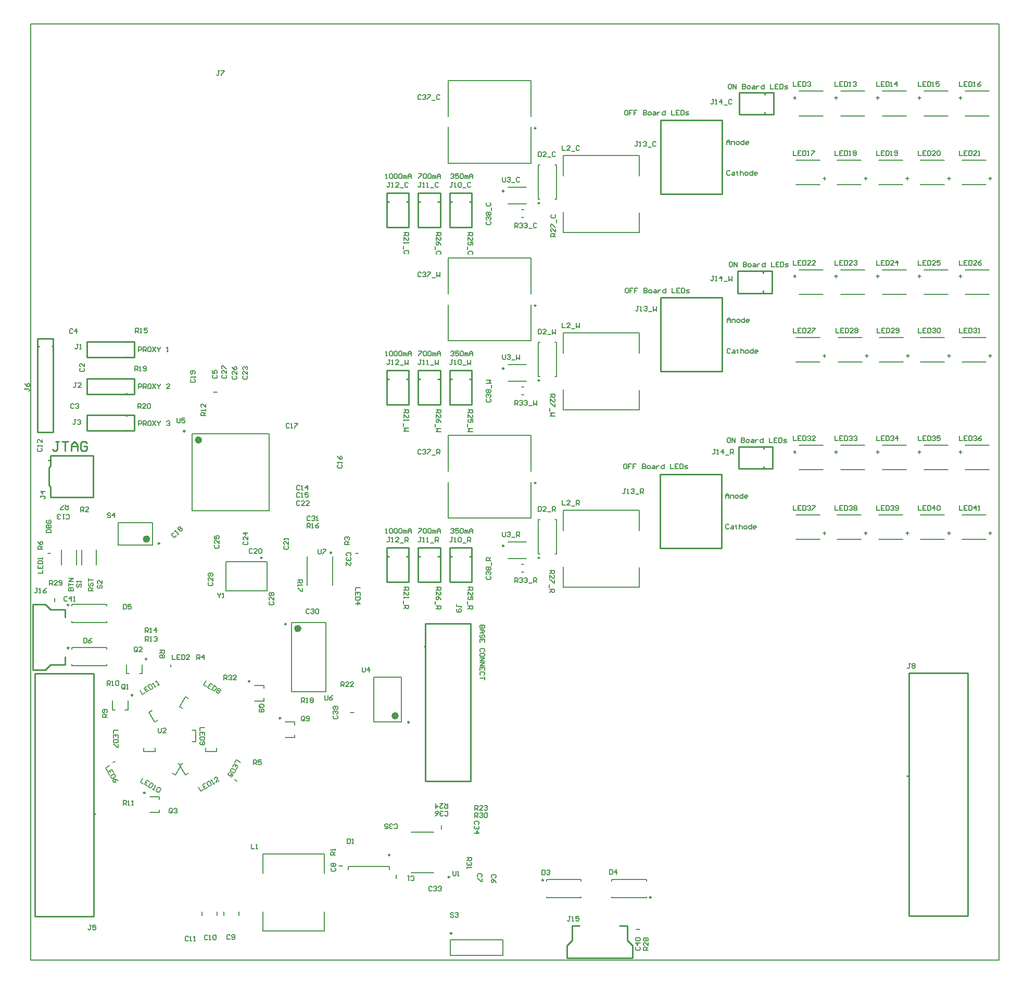
<source format=gto>
%FSLAX25Y25*%
%MOIN*%
G70*
G01*
G75*
G04 Layer_Color=65535*
%ADD10C,0.00700*%
%ADD11R,0.02953X0.02559*%
%ADD12R,0.02559X0.02953*%
%ADD13R,0.01969X0.12992*%
%ADD14R,0.05118X0.12992*%
%ADD15R,0.01969X0.02362*%
%ADD16R,0.03937X0.04331*%
%ADD17R,0.04331X0.03937*%
%ADD18R,0.10630X0.06299*%
%ADD19R,0.02362X0.01969*%
%ADD20R,0.05906X0.05118*%
%ADD21R,0.05118X0.05906*%
G04:AMPARAMS|DCode=22|XSize=39.37mil|YSize=43.31mil|CornerRadius=0mil|HoleSize=0mil|Usage=FLASHONLY|Rotation=135.000|XOffset=0mil|YOffset=0mil|HoleType=Round|Shape=Rectangle|*
%AMROTATEDRECTD22*
4,1,4,0.02923,0.00139,-0.00139,-0.02923,-0.02923,-0.00139,0.00139,0.02923,0.02923,0.00139,0.0*
%
%ADD22ROTATEDRECTD22*%

%ADD23R,0.03937X0.03937*%
%ADD24R,0.03543X0.02362*%
%ADD25R,0.02362X0.03543*%
G04:AMPARAMS|DCode=26|XSize=23.62mil|YSize=35.43mil|CornerRadius=0mil|HoleSize=0mil|Usage=FLASHONLY|Rotation=330.000|XOffset=0mil|YOffset=0mil|HoleType=Round|Shape=Rectangle|*
%AMROTATEDRECTD26*
4,1,4,-0.01909,-0.00944,-0.00137,0.02125,0.01909,0.00944,0.00137,-0.02125,-0.01909,-0.00944,0.0*
%
%ADD26ROTATEDRECTD26*%

G04:AMPARAMS|DCode=27|XSize=23.62mil|YSize=35.43mil|CornerRadius=0mil|HoleSize=0mil|Usage=FLASHONLY|Rotation=210.000|XOffset=0mil|YOffset=0mil|HoleType=Round|Shape=Rectangle|*
%AMROTATEDRECTD27*
4,1,4,0.00137,0.02125,0.01909,-0.00944,-0.00137,-0.02125,-0.01909,0.00944,0.00137,0.02125,0.0*
%
%ADD27ROTATEDRECTD27*%

%ADD28R,0.02008X0.02953*%
G04:AMPARAMS|DCode=29|XSize=20.08mil|YSize=29.53mil|CornerRadius=0mil|HoleSize=0mil|Usage=FLASHONLY|Rotation=240.000|XOffset=0mil|YOffset=0mil|HoleType=Round|Shape=Rectangle|*
%AMROTATEDRECTD29*
4,1,4,-0.00777,0.01608,0.01781,0.00131,0.00777,-0.01608,-0.01781,-0.00131,-0.00777,0.01608,0.0*
%
%ADD29ROTATEDRECTD29*%

G04:AMPARAMS|DCode=30|XSize=20.08mil|YSize=29.53mil|CornerRadius=0mil|HoleSize=0mil|Usage=FLASHONLY|Rotation=300.000|XOffset=0mil|YOffset=0mil|HoleType=Round|Shape=Rectangle|*
%AMROTATEDRECTD30*
4,1,4,-0.01781,0.00131,0.00777,0.01608,0.01781,-0.00131,-0.00777,-0.01608,-0.01781,0.00131,0.0*
%
%ADD30ROTATEDRECTD30*%

%ADD31R,0.03347X0.03937*%
%ADD32R,0.03347X0.03937*%
%ADD33R,0.03937X0.03347*%
%ADD34R,0.03937X0.03347*%
%ADD35R,0.20472X0.03543*%
%ADD36R,0.06693X0.09843*%
%ADD37R,0.11417X0.21260*%
%ADD38R,0.04528X0.05512*%
%ADD39R,0.06299X0.07874*%
%ADD40R,0.02756X0.01181*%
%ADD41R,0.09843X0.06693*%
%ADD42O,0.07087X0.01181*%
%ADD43O,0.01181X0.07087*%
%ADD44R,0.09449X0.02992*%
%ADD45R,0.15157X0.21654*%
%ADD46R,0.04724X0.09843*%
%ADD47R,0.01575X0.05315*%
%ADD48R,0.06299X0.05512*%
%ADD49R,0.07480X0.07087*%
%ADD50R,0.09055X0.05118*%
%ADD51R,0.05118X0.09055*%
%ADD52R,0.07087X0.07480*%
%ADD53R,0.05512X0.06299*%
%ADD54R,0.05315X0.01575*%
%ADD55R,0.13386X0.07087*%
%ADD56R,0.01181X0.03347*%
%ADD57R,0.07087X0.05512*%
%ADD58R,0.06299X0.02992*%
%ADD59R,0.06102X0.01772*%
%ADD60C,0.03937*%
%ADD61R,0.02953X0.02008*%
%ADD62R,0.21654X0.27165*%
%ADD63R,0.03740X0.07480*%
%ADD64R,0.07008X0.01654*%
%ADD65R,0.11811X0.16535*%
%ADD66C,0.01000*%
%ADD67C,0.00600*%
%ADD68C,0.02000*%
%ADD69C,0.03000*%
G04:AMPARAMS|DCode=70|XSize=23.62mil|YSize=39.37mil|CornerRadius=0mil|HoleSize=0mil|Usage=FLASHONLY|Rotation=60.000|XOffset=0mil|YOffset=0mil|HoleType=Round|Shape=Rectangle|*
%AMROTATEDRECTD70*
4,1,4,0.01114,-0.02007,-0.02295,-0.00039,-0.01114,0.02007,0.02295,0.00039,0.01114,-0.02007,0.0*
%
%ADD70ROTATEDRECTD70*%

G04:AMPARAMS|DCode=71|XSize=23.62mil|YSize=39.37mil|CornerRadius=0mil|HoleSize=0mil|Usage=FLASHONLY|Rotation=120.000|XOffset=0mil|YOffset=0mil|HoleType=Round|Shape=Rectangle|*
%AMROTATEDRECTD71*
4,1,4,0.02295,-0.00039,-0.01114,-0.02007,-0.02295,0.00039,0.01114,0.02007,0.02295,-0.00039,0.0*
%
%ADD71ROTATEDRECTD71*%

%ADD72R,0.02362X0.03937*%
%ADD73R,0.02362X0.03740*%
%ADD74C,0.06000*%
%ADD75C,0.05906*%
%ADD76C,0.11811*%
%ADD77C,0.20000*%
%ADD78C,0.00394*%
%ADD79C,0.02000*%
%ADD80C,0.02598*%
%ADD81C,0.00984*%
%ADD82C,0.02362*%
%ADD83C,0.00787*%
D66*
X61181Y362815D02*
Y363189D01*
X61181Y372342D02*
Y372815D01*
X35787Y362815D02*
Y372815D01*
X66181Y372815D01*
X66181Y362815D01*
X35787Y362815D02*
X66181Y362815D01*
X61181Y339193D02*
Y339567D01*
Y348721D02*
Y349193D01*
X35787Y339193D02*
Y349193D01*
X66181D01*
Y339193D02*
Y349193D01*
X35787Y339193D02*
X66181D01*
X562087Y28248D02*
Y183996D01*
X560984Y118169D02*
X561591D01*
X562087Y183996D02*
X599961D01*
X562087Y28248D02*
X599961D01*
Y183996D01*
X268488Y258661D02*
X269488D01*
X268110Y242421D02*
X282283D01*
X268110D02*
Y264370D01*
X282283D01*
Y242421D02*
Y264370D01*
X280890Y258661D02*
X281890D01*
X268488Y372342D02*
X269488D01*
X268110Y356102D02*
X282283D01*
X268110D02*
Y378051D01*
X282283D01*
Y356102D02*
Y378051D01*
X280890Y372342D02*
X281890D01*
X248310Y486024D02*
X249310D01*
X247932Y469783D02*
X262105D01*
X247932D02*
Y491732D01*
X262105D01*
Y469783D02*
Y491732D01*
X260712Y486024D02*
X261712D01*
X248310Y258661D02*
X249310D01*
X247932Y242421D02*
X262105D01*
X247932D02*
Y264370D01*
X262105D01*
Y242421D02*
Y264370D01*
X260712Y258661D02*
X261712D01*
X248310Y372342D02*
X249310D01*
X247932Y356102D02*
X262105D01*
X247932D02*
Y378051D01*
X262105D01*
Y356102D02*
Y378051D01*
X260712Y372342D02*
X261712D01*
X228132Y486024D02*
X229132D01*
X227754Y469783D02*
X241927D01*
X227754D02*
Y491732D01*
X241927D01*
Y469783D02*
Y491732D01*
X240533Y486024D02*
X241533D01*
X228132Y258661D02*
X229132D01*
X227754Y242421D02*
X241927D01*
X227754D02*
Y264370D01*
X241927D01*
Y242421D02*
Y264370D01*
X240533Y258661D02*
X241533D01*
X228132Y372342D02*
X229132D01*
X227754Y356102D02*
X241927D01*
X227754D02*
Y378051D01*
X241927D01*
Y356102D02*
Y378051D01*
X240533Y372342D02*
X241533D01*
X402854Y311319D02*
X442224D01*
Y264075D02*
Y311319D01*
X402854Y264075D02*
X442224D01*
X402854D02*
Y311319D01*
X403248Y424606D02*
X442618D01*
Y377362D02*
Y424606D01*
X403248Y377362D02*
X442618D01*
X403248D02*
Y424606D01*
X469728Y554755D02*
Y555755D01*
X453488Y541960D02*
Y556133D01*
X475437D01*
Y541960D02*
Y556133D01*
X453488Y541960D02*
X475437D01*
X469728Y542353D02*
Y543354D01*
X469335Y327787D02*
Y328787D01*
X453094Y314991D02*
Y329165D01*
X475043D01*
Y314991D02*
Y329165D01*
X453094Y314991D02*
X475043D01*
X469335Y315385D02*
Y316385D01*
X468935Y440280D02*
Y441280D01*
X452695Y427485D02*
Y441658D01*
X474643D01*
Y427485D02*
Y441658D01*
X452695Y427485D02*
X474643D01*
X468935Y427879D02*
Y428879D01*
X61181Y386437D02*
Y386811D01*
X61181Y396437D02*
X61181Y395965D01*
X35787Y386437D02*
X35787Y396437D01*
X66181Y396437D01*
X66181Y386437D01*
X35787Y386437D02*
X66181Y386437D01*
X268488Y486024D02*
X269488D01*
X268110Y469783D02*
X282283D01*
X268110D02*
Y491732D01*
X282283D01*
Y469783D02*
Y491732D01*
X280890Y486024D02*
X281890D01*
X14200Y338200D02*
X14200Y398200D01*
X4200Y398200D02*
X14200Y398200D01*
X4200Y338200D02*
Y398200D01*
Y338200D02*
X14200Y338200D01*
X4200Y393200D02*
X5066D01*
X13432D02*
X14200D01*
X251835Y200965D02*
X252441D01*
X281614Y114527D02*
Y215591D01*
X260157D02*
X281614D01*
X252441D02*
X260157D01*
X252441Y114527D02*
Y215591D01*
Y114527D02*
X281614D01*
X11436Y304444D02*
X11436Y315763D01*
X11436Y304444D02*
X12421Y303460D01*
X11436Y315763D02*
X12421Y316747D01*
Y323391D02*
X39881Y323391D01*
X39881Y296816D02*
X39881Y323391D01*
X12421Y296816D02*
X39881Y296816D01*
X12421Y316747D02*
Y323391D01*
Y296816D02*
Y303460D01*
X11338Y320339D02*
X11944D01*
X385079Y1280D02*
Y9508D01*
X381890Y12697D02*
X385079Y9508D01*
X381890Y12697D02*
Y21988D01*
X376969D02*
X381890D01*
X346457D02*
X351378D01*
X346457Y12697D02*
Y21988D01*
X343268Y9508D02*
X346457Y12697D01*
X343268Y1280D02*
Y9508D01*
Y1280D02*
X385079D01*
X1083Y186094D02*
Y227906D01*
X9311D01*
X12500Y224716D01*
X21791D01*
Y219795D02*
Y224716D01*
Y189284D02*
Y194205D01*
X12500Y189284D02*
X21791D01*
X9311Y186094D02*
X12500Y189284D01*
X1083Y186094D02*
X9311D01*
X40276Y28012D02*
Y183760D01*
X40772Y93839D02*
X41378D01*
X2402Y28012D02*
X40276D01*
X2402Y183760D02*
X40276D01*
X2402Y28012D02*
Y183760D01*
X403248Y538287D02*
X442618D01*
Y491043D02*
Y538287D01*
X403248Y491043D02*
X442618D01*
X403248D02*
Y538287D01*
X17778Y332474D02*
X15779D01*
X16779D01*
Y327476D01*
X15779Y326476D01*
X14779D01*
X13780Y327476D01*
X19778Y332474D02*
X23776D01*
X21777D01*
Y326476D01*
X25776D02*
Y330475D01*
X27775Y332474D01*
X29774Y330475D01*
Y326476D01*
Y329475D01*
X25776D01*
X35772Y331475D02*
X34773Y332474D01*
X32773D01*
X31774Y331475D01*
Y327476D01*
X32773Y326476D01*
X34773D01*
X35772Y327476D01*
Y329475D01*
X33773D01*
D67*
X586798Y273721D02*
X588766D01*
X587782Y272736D02*
Y274705D01*
X560222Y273721D02*
X562190D01*
X561206Y272736D02*
Y274705D01*
X533646Y273721D02*
X535614D01*
X534630Y272736D02*
Y274705D01*
X507069Y273721D02*
X509038D01*
X508054Y272736D02*
Y274705D01*
X594383Y325818D02*
X596351D01*
X595367Y324834D02*
Y326802D01*
X567806Y325818D02*
X569775D01*
X568791Y324834D02*
Y326802D01*
X541230Y325818D02*
X543199D01*
X542215Y324834D02*
Y326802D01*
X514654Y325818D02*
X516623D01*
X515638Y324834D02*
Y326802D01*
X488078Y325818D02*
X490047D01*
X489062Y324834D02*
Y326802D01*
X613374Y387402D02*
X615342D01*
X614358Y386417D02*
Y388386D01*
X586950Y387402D02*
X588919D01*
X587935Y386417D02*
Y388386D01*
X560527Y387402D02*
X562496D01*
X561511Y386417D02*
Y388386D01*
X534104Y387402D02*
X536072D01*
X535088Y386417D02*
Y388386D01*
X507069Y387402D02*
X509038D01*
X508054Y386417D02*
Y388386D01*
X594383Y438312D02*
X596351D01*
X595367Y437328D02*
Y439296D01*
X567806Y438312D02*
X569775D01*
X568791Y437328D02*
Y439296D01*
X541230Y438312D02*
X543199D01*
X542215Y437328D02*
Y439296D01*
X514654Y438312D02*
X516623D01*
X515638Y437328D02*
Y439296D01*
X488078Y438312D02*
X490047D01*
X489062Y437328D02*
Y439296D01*
X613374Y501083D02*
X615342D01*
X614358Y500098D02*
Y502067D01*
X586798Y501083D02*
X588766D01*
X587782Y500098D02*
Y502067D01*
X560222Y501083D02*
X562190D01*
X561206Y500098D02*
Y502067D01*
X533646Y501083D02*
X535614D01*
X534630Y500098D02*
Y502067D01*
X507069Y501083D02*
X509038D01*
X508054Y500098D02*
Y502067D01*
X594383Y552787D02*
X596351D01*
X595367Y551802D02*
Y553771D01*
X567806Y552787D02*
X569775D01*
X568791Y551802D02*
Y553771D01*
X541230Y552787D02*
X543199D01*
X542215Y551802D02*
Y553771D01*
X514654Y552787D02*
X516623D01*
X515638Y551802D02*
Y553771D01*
X488078Y552787D02*
X490047D01*
X489062Y551802D02*
Y553771D01*
X262761Y84144D02*
Y86506D01*
X197112Y60227D02*
X199474D01*
X233824Y52254D02*
Y54616D01*
X116929Y363878D02*
X119291D01*
X72366Y133763D02*
Y135968D01*
Y133763D02*
X79650D01*
Y135968D01*
X98887Y168720D02*
X100796Y167618D01*
X95245Y162412D02*
X98887Y168720D01*
X95245Y162412D02*
X97154Y161310D01*
X111736Y133763D02*
Y135968D01*
Y133763D02*
X119020D01*
Y135968D01*
X90708Y119672D02*
X92617Y118570D01*
X96259Y124878D01*
X94349Y125980D02*
X96259Y124878D01*
X75501Y158838D02*
X77410Y159940D01*
X75501Y158838D02*
X79143Y152530D01*
X81052Y153633D01*
X95186Y124980D02*
X97096Y126082D01*
X95186Y124980D02*
X98828Y118672D01*
X100737Y119774D01*
X387402Y19783D02*
X389764D01*
X15354Y229626D02*
Y231988D01*
X204626Y158661D02*
X206988D01*
X302165Y2854D02*
Y13091D01*
X268701D02*
X302165D01*
X268701Y2854D02*
Y13091D01*
Y2854D02*
X302165D01*
X177000Y258713D02*
X177000Y240287D01*
X193102D02*
Y258713D01*
X103331Y139944D02*
X105535D01*
Y147228D01*
X103331D02*
X105535D01*
X613374Y273721D02*
X615342D01*
X614358Y272736D02*
Y274705D01*
X66929Y402067D02*
Y405066D01*
X68429D01*
X68928Y404566D01*
Y403566D01*
X68429Y403067D01*
X66929D01*
X67929D02*
X68928Y402067D01*
X69928D02*
X70928D01*
X70428D01*
Y405066D01*
X69928Y404566D01*
X74427Y405066D02*
X72427D01*
Y403566D01*
X73427Y404066D01*
X73927D01*
X74427Y403566D01*
Y402567D01*
X73927Y402067D01*
X72927D01*
X72427Y402567D01*
X66535Y377658D02*
Y380657D01*
X68035D01*
X68535Y380157D01*
Y379157D01*
X68035Y378657D01*
X66535D01*
X67535D02*
X68535Y377658D01*
X69534D02*
X70534D01*
X70034D01*
Y380657D01*
X69534Y380157D01*
X72034Y378157D02*
X72534Y377658D01*
X73533D01*
X74033Y378157D01*
Y380157D01*
X73533Y380657D01*
X72534D01*
X72034Y380157D01*
Y379657D01*
X72534Y379157D01*
X74033D01*
X68504Y353642D02*
Y356641D01*
X70003D01*
X70503Y356141D01*
Y355141D01*
X70003Y354641D01*
X68504D01*
X69504D02*
X70503Y353642D01*
X73502D02*
X71503D01*
X73502Y355641D01*
Y356141D01*
X73002Y356641D01*
X72003D01*
X71503Y356141D01*
X74502D02*
X75002Y356641D01*
X76002D01*
X76501Y356141D01*
Y354142D01*
X76002Y353642D01*
X75002D01*
X74502Y354142D01*
Y356141D01*
X11910Y240213D02*
Y243212D01*
X13410D01*
X13910Y242712D01*
Y241712D01*
X13410Y241212D01*
X11910D01*
X12910D02*
X13910Y240213D01*
X16909D02*
X14909D01*
X16909Y242212D01*
Y242712D01*
X16409Y243212D01*
X15409D01*
X14909Y242712D01*
X17908Y240712D02*
X18408Y240213D01*
X19408D01*
X19908Y240712D01*
Y242712D01*
X19408Y243212D01*
X18408D01*
X17908Y242712D01*
Y242212D01*
X18408Y241712D01*
X19908D01*
X4263Y238346D02*
X3263D01*
X3763D01*
Y235846D01*
X3263Y235347D01*
X2764D01*
X2264Y235846D01*
X5263Y235347D02*
X6262D01*
X5763D01*
Y238346D01*
X5263Y237846D01*
X9761Y238346D02*
X8762Y237846D01*
X7762Y236846D01*
Y235846D01*
X8262Y235347D01*
X9262D01*
X9761Y235846D01*
Y236346D01*
X9262Y236846D01*
X7762D01*
X33858Y206247D02*
Y203248D01*
X35358D01*
X35858Y203748D01*
Y205747D01*
X35358Y206247D01*
X33858D01*
X38857D02*
X37857Y205747D01*
X36857Y204748D01*
Y203748D01*
X37357Y203248D01*
X38357D01*
X38857Y203748D01*
Y204248D01*
X38357Y204748D01*
X36857D01*
X59055Y227901D02*
Y224902D01*
X60555D01*
X61054Y225401D01*
Y227401D01*
X60555Y227901D01*
X59055D01*
X64053D02*
X62054D01*
Y226401D01*
X63054Y226901D01*
X63554D01*
X64053Y226401D01*
Y225401D01*
X63554Y224902D01*
X62554D01*
X62054Y225401D01*
X23259Y232519D02*
X22759Y233019D01*
X21760D01*
X21260Y232519D01*
Y230520D01*
X21760Y230020D01*
X22759D01*
X23259Y230520D01*
X25758Y230020D02*
Y233019D01*
X24259Y231519D01*
X26258D01*
X27258Y230020D02*
X28258D01*
X27758D01*
Y233019D01*
X27258Y232519D01*
X395276Y6201D02*
X392277D01*
Y7700D01*
X392776Y8200D01*
X393776D01*
X394276Y7700D01*
Y6201D01*
Y7201D02*
X395276Y8200D01*
Y11199D02*
Y9200D01*
X393276Y11199D01*
X392776D01*
X392277Y10699D01*
Y9700D01*
X392776Y9200D01*
Y12199D02*
X392277Y12699D01*
Y13698D01*
X392776Y14198D01*
X393276D01*
X393776Y13698D01*
X394276Y14198D01*
X394776D01*
X395276Y13698D01*
Y12699D01*
X394776Y12199D01*
X394276D01*
X393776Y12699D01*
X393276Y12199D01*
X392776D01*
X393776Y12699D02*
Y13698D01*
X345392Y28051D02*
X344392D01*
X344892D01*
Y25552D01*
X344392Y25052D01*
X343892D01*
X343392Y25552D01*
X346391Y25052D02*
X347391D01*
X346891D01*
Y28051D01*
X346391Y27551D01*
X350890Y28051D02*
X348890D01*
Y26551D01*
X349890Y27051D01*
X350390D01*
X350890Y26551D01*
Y25552D01*
X350390Y25052D01*
X349390D01*
X348890Y25552D01*
X370449Y57904D02*
Y54905D01*
X371948D01*
X372448Y55405D01*
Y57405D01*
X371948Y57904D01*
X370449D01*
X374947Y54905D02*
Y57904D01*
X373448Y56405D01*
X375447D01*
X327350Y57848D02*
Y54849D01*
X328849D01*
X329349Y55349D01*
Y57348D01*
X328849Y57848D01*
X327350D01*
X330349Y57348D02*
X330849Y57848D01*
X331848D01*
X332348Y57348D01*
Y56848D01*
X331848Y56348D01*
X331348D01*
X331848D01*
X332348Y55848D01*
Y55349D01*
X331848Y54849D01*
X330849D01*
X330349Y55349D01*
X387658Y8397D02*
X387158Y7897D01*
Y6898D01*
X387658Y6398D01*
X389658D01*
X390158Y6898D01*
Y7897D01*
X389658Y8397D01*
X390158Y10896D02*
X387158D01*
X388658Y9397D01*
Y11396D01*
X387658Y12396D02*
X387158Y12896D01*
Y13895D01*
X387658Y14395D01*
X389658D01*
X390158Y13895D01*
Y12896D01*
X389658Y12396D01*
X387658D01*
X332677Y362697D02*
X335676D01*
Y361197D01*
X335176Y360698D01*
X334177D01*
X333677Y361197D01*
Y362697D01*
Y361697D02*
X332677Y360698D01*
Y357698D02*
Y359698D01*
X334677Y357698D01*
X335176D01*
X335676Y358198D01*
Y359198D01*
X335176Y359698D01*
X335676Y356699D02*
Y354699D01*
X335176D01*
X333177Y356699D01*
X332677D01*
X332177Y353700D02*
Y351700D01*
X335676Y350701D02*
X332677D01*
X333677Y349701D01*
X332677Y348701D01*
X335676D01*
X332283Y249705D02*
X335282D01*
Y248205D01*
X334783Y247705D01*
X333783D01*
X333283Y248205D01*
Y249705D01*
Y248705D02*
X332283Y247705D01*
Y244706D02*
Y246706D01*
X334283Y244706D01*
X334783D01*
X335282Y245206D01*
Y246206D01*
X334783Y246706D01*
X335282Y243707D02*
Y241707D01*
X334783D01*
X332783Y243707D01*
X332283D01*
X331784Y240708D02*
Y238708D01*
X332283Y237709D02*
X335282D01*
Y236209D01*
X334783Y235709D01*
X333783D01*
X333283Y236209D01*
Y237709D01*
Y236709D02*
X332283Y235709D01*
X335886Y463805D02*
X332887D01*
Y465304D01*
X333387Y465804D01*
X334386D01*
X334886Y465304D01*
Y463805D01*
Y464804D02*
X335886Y465804D01*
Y468803D02*
Y466804D01*
X333887Y468803D01*
X333387D01*
X332887Y468303D01*
Y467304D01*
X333387Y466804D01*
X332887Y469803D02*
Y471802D01*
X333387D01*
X335386Y469803D01*
X335886D01*
X336386Y472802D02*
Y474801D01*
X333387Y477800D02*
X332887Y477300D01*
Y476301D01*
X333387Y475801D01*
X335386D01*
X335886Y476301D01*
Y477300D01*
X335386Y477800D01*
X173228Y165059D02*
Y168058D01*
X174728D01*
X175228Y167558D01*
Y166559D01*
X174728Y166059D01*
X173228D01*
X174228D02*
X175228Y165059D01*
X176227D02*
X177227D01*
X176727D01*
Y168058D01*
X176227Y167558D01*
X178727D02*
X179226Y168058D01*
X180226D01*
X180726Y167558D01*
Y167058D01*
X180226Y166559D01*
X180726Y166059D01*
Y165559D01*
X180226Y165059D01*
X179226D01*
X178727Y165559D01*
Y166059D01*
X179226Y166559D01*
X178727Y167058D01*
Y167558D01*
X179226Y166559D02*
X180226D01*
X142520Y125295D02*
Y128294D01*
X144019D01*
X144519Y127795D01*
Y126795D01*
X144019Y126295D01*
X142520D01*
X143519D02*
X144519Y125295D01*
X147518Y128294D02*
X145519D01*
Y126795D01*
X146518Y127295D01*
X147018D01*
X147518Y126795D01*
Y125795D01*
X147018Y125295D01*
X146019D01*
X145519Y125795D01*
X106299Y192618D02*
Y195617D01*
X107799D01*
X108299Y195117D01*
Y194118D01*
X107799Y193618D01*
X106299D01*
X107299D02*
X108299Y192618D01*
X110798D02*
Y195617D01*
X109298Y194118D01*
X111298D01*
X175228Y153748D02*
Y155747D01*
X174728Y156247D01*
X173728D01*
X173228Y155747D01*
Y153748D01*
X173728Y153248D01*
X174728D01*
X174228Y154248D02*
X175228Y153248D01*
X174728D02*
X175228Y153748D01*
X176227D02*
X176727Y153248D01*
X177727D01*
X178227Y153748D01*
Y155747D01*
X177727Y156247D01*
X176727D01*
X176227Y155747D01*
Y155247D01*
X176727Y154748D01*
X178227D01*
X437334Y438377D02*
X436334D01*
X436834D01*
Y435878D01*
X436334Y435378D01*
X435835D01*
X435335Y435878D01*
X438334Y435378D02*
X439333D01*
X438834D01*
Y438377D01*
X438334Y437877D01*
X442332Y435378D02*
Y438377D01*
X440833Y436877D01*
X442832D01*
X443832Y434878D02*
X445831D01*
X446831Y438377D02*
Y435378D01*
X447831Y436378D01*
X448830Y435378D01*
Y438377D01*
X438234Y327277D02*
X437234D01*
X437734D01*
Y324778D01*
X437234Y324278D01*
X436734D01*
X436235Y324778D01*
X439234Y324278D02*
X440233D01*
X439734D01*
Y327277D01*
X439234Y326777D01*
X443232Y324278D02*
Y327277D01*
X441733Y325778D01*
X443732D01*
X444732Y323778D02*
X446731D01*
X447731Y324278D02*
Y327277D01*
X449230D01*
X449730Y326777D01*
Y325778D01*
X449230Y325278D01*
X447731D01*
X448731D02*
X449730Y324278D01*
X437334Y551520D02*
X436334D01*
X436834D01*
Y549021D01*
X436334Y548521D01*
X435835D01*
X435335Y549021D01*
X438334Y548521D02*
X439333D01*
X438834D01*
Y551520D01*
X438334Y551020D01*
X442332Y548521D02*
Y551520D01*
X440833Y550021D01*
X442832D01*
X443832Y548021D02*
X445831D01*
X448830Y551020D02*
X448330Y551520D01*
X447331D01*
X446831Y551020D01*
Y549021D01*
X447331Y548521D01*
X448330D01*
X448830Y549021D01*
X389134Y419077D02*
X388134D01*
X388634D01*
Y416578D01*
X388134Y416078D01*
X387634D01*
X387135Y416578D01*
X390134Y416078D02*
X391133D01*
X390634D01*
Y419077D01*
X390134Y418577D01*
X392633D02*
X393133Y419077D01*
X394132D01*
X394632Y418577D01*
Y418077D01*
X394132Y417578D01*
X393633D01*
X394132D01*
X394632Y417078D01*
Y416578D01*
X394132Y416078D01*
X393133D01*
X392633Y416578D01*
X395632Y415578D02*
X397631D01*
X398631Y419077D02*
Y416078D01*
X399631Y417078D01*
X400630Y416078D01*
Y419077D01*
X380799Y302138D02*
X379799D01*
X380299D01*
Y299639D01*
X379799Y299139D01*
X379299D01*
X378799Y299639D01*
X381798Y299139D02*
X382798D01*
X382298D01*
Y302138D01*
X381798Y301639D01*
X384297D02*
X384797Y302138D01*
X385797D01*
X386297Y301639D01*
Y301139D01*
X385797Y300639D01*
X385297D01*
X385797D01*
X386297Y300139D01*
Y299639D01*
X385797Y299139D01*
X384797D01*
X384297Y299639D01*
X387297Y298639D02*
X389296D01*
X390296Y299139D02*
Y302138D01*
X391795D01*
X392295Y301639D01*
Y300639D01*
X391795Y300139D01*
X390296D01*
X391295D02*
X392295Y299139D01*
X388673Y524678D02*
X387673D01*
X388173D01*
Y522179D01*
X387673Y521679D01*
X387173D01*
X386673Y522179D01*
X389672Y521679D02*
X390672D01*
X390172D01*
Y524678D01*
X389672Y524178D01*
X392171D02*
X392671Y524678D01*
X393671D01*
X394171Y524178D01*
Y523678D01*
X393671Y523178D01*
X393171D01*
X393671D01*
X394171Y522678D01*
Y522179D01*
X393671Y521679D01*
X392671D01*
X392171Y522179D01*
X395170Y521179D02*
X397170D01*
X400169Y524178D02*
X399669Y524678D01*
X398669D01*
X398169Y524178D01*
Y522179D01*
X398669Y521679D01*
X399669D01*
X400169Y522179D01*
X301967Y388129D02*
Y385629D01*
X302467Y385129D01*
X303467D01*
X303967Y385629D01*
Y388129D01*
X304966Y387629D02*
X305466Y388129D01*
X306466D01*
X306966Y387629D01*
Y387129D01*
X306466Y386629D01*
X305966D01*
X306466D01*
X306966Y386129D01*
Y385629D01*
X306466Y385129D01*
X305466D01*
X304966Y385629D01*
X307965Y384630D02*
X309965D01*
X310964Y388129D02*
Y385129D01*
X311964Y386129D01*
X312964Y385129D01*
Y388129D01*
X301967Y274447D02*
Y271948D01*
X302467Y271448D01*
X303467D01*
X303967Y271948D01*
Y274447D01*
X304966Y273948D02*
X305466Y274447D01*
X306466D01*
X306966Y273948D01*
Y273448D01*
X306466Y272948D01*
X305966D01*
X306466D01*
X306966Y272448D01*
Y271948D01*
X306466Y271448D01*
X305466D01*
X304966Y271948D01*
X307965Y270949D02*
X309965D01*
X310964Y271448D02*
Y274447D01*
X312464D01*
X312964Y273948D01*
Y272948D01*
X312464Y272448D01*
X310964D01*
X311964D02*
X312964Y271448D01*
X301967Y501810D02*
Y499310D01*
X302467Y498811D01*
X303467D01*
X303967Y499310D01*
Y501810D01*
X304966Y501310D02*
X305466Y501810D01*
X306466D01*
X306966Y501310D01*
Y500810D01*
X306466Y500310D01*
X305966D01*
X306466D01*
X306966Y499810D01*
Y499310D01*
X306466Y498811D01*
X305466D01*
X304966Y499310D01*
X307965Y498311D02*
X309965D01*
X312964Y501310D02*
X312464Y501810D01*
X311464D01*
X310964Y501310D01*
Y499310D01*
X311464Y498811D01*
X312464D01*
X312964Y499310D01*
X259449Y352658D02*
X262448D01*
Y351158D01*
X261948Y350658D01*
X260948D01*
X260449Y351158D01*
Y352658D01*
Y351658D02*
X259449Y350658D01*
Y347659D02*
Y349658D01*
X261448Y347659D01*
X261948D01*
X262448Y348159D01*
Y349159D01*
X261948Y349658D01*
X262448Y344660D02*
X261948Y345660D01*
X260948Y346659D01*
X259949D01*
X259449Y346160D01*
Y345160D01*
X259949Y344660D01*
X260449D01*
X260948Y345160D01*
Y346659D01*
X258949Y343660D02*
Y341661D01*
X262448Y340661D02*
X259449D01*
X260449Y339662D01*
X259449Y338662D01*
X262448D01*
X259449Y238976D02*
X262448D01*
Y237477D01*
X261948Y236977D01*
X260948D01*
X260449Y237477D01*
Y238976D01*
Y237977D02*
X259449Y236977D01*
Y233978D02*
Y235977D01*
X261448Y233978D01*
X261948D01*
X262448Y234478D01*
Y235477D01*
X261948Y235977D01*
X262448Y230979D02*
X261948Y231979D01*
X260948Y232978D01*
X259949D01*
X259449Y232478D01*
Y231479D01*
X259949Y230979D01*
X260449D01*
X260948Y231479D01*
Y232978D01*
X258949Y229979D02*
Y227980D01*
X259449Y226980D02*
X262448D01*
Y225481D01*
X261948Y224981D01*
X260948D01*
X260449Y225481D01*
Y226980D01*
Y225981D02*
X259449Y224981D01*
Y466339D02*
X262448D01*
Y464839D01*
X261948Y464339D01*
X260948D01*
X260449Y464839D01*
Y466339D01*
Y465339D02*
X259449Y464339D01*
Y461340D02*
Y463340D01*
X261448Y461340D01*
X261948D01*
X262448Y461840D01*
Y462840D01*
X261948Y463340D01*
X262448Y458341D02*
X261948Y459341D01*
X260948Y460340D01*
X259949D01*
X259449Y459841D01*
Y458841D01*
X259949Y458341D01*
X260449D01*
X260948Y458841D01*
Y460340D01*
X258949Y457341D02*
Y455342D01*
X261948Y452343D02*
X262448Y452843D01*
Y453843D01*
X261948Y454343D01*
X259949D01*
X259449Y453843D01*
Y452843D01*
X259949Y452343D01*
X279921Y352658D02*
X282920D01*
Y351158D01*
X282420Y350658D01*
X281421D01*
X280921Y351158D01*
Y352658D01*
Y351658D02*
X279921Y350658D01*
Y347659D02*
Y349658D01*
X281921Y347659D01*
X282420D01*
X282920Y348159D01*
Y349159D01*
X282420Y349658D01*
X282920Y344660D02*
Y346659D01*
X281421D01*
X281921Y345660D01*
Y345160D01*
X281421Y344660D01*
X280421D01*
X279921Y345160D01*
Y346160D01*
X280421Y346659D01*
X279421Y343660D02*
Y341661D01*
X282920Y340661D02*
X279921D01*
X280921Y339662D01*
X279921Y338662D01*
X282920D01*
X279921Y238976D02*
X282920D01*
Y237477D01*
X282420Y236977D01*
X281421D01*
X280921Y237477D01*
Y238976D01*
Y237977D02*
X279921Y236977D01*
Y233978D02*
Y235977D01*
X281921Y233978D01*
X282420D01*
X282920Y234478D01*
Y235477D01*
X282420Y235977D01*
X282920Y230979D02*
Y232978D01*
X281421D01*
X281921Y231979D01*
Y231479D01*
X281421Y230979D01*
X280421D01*
X279921Y231479D01*
Y232478D01*
X280421Y232978D01*
X279421Y229979D02*
Y227980D01*
X279921Y226980D02*
X282920D01*
Y225481D01*
X282420Y224981D01*
X281421D01*
X280921Y225481D01*
Y226980D01*
Y225981D02*
X279921Y224981D01*
Y466339D02*
X282920D01*
Y464839D01*
X282420Y464339D01*
X281421D01*
X280921Y464839D01*
Y466339D01*
Y465339D02*
X279921Y464339D01*
Y461340D02*
Y463340D01*
X281921Y461340D01*
X282420D01*
X282920Y461840D01*
Y462840D01*
X282420Y463340D01*
X282920Y458341D02*
Y460340D01*
X281421D01*
X281921Y459341D01*
Y458841D01*
X281421Y458341D01*
X280421D01*
X279921Y458841D01*
Y459841D01*
X280421Y460340D01*
X279421Y457341D02*
Y455342D01*
X282420Y452343D02*
X282920Y452843D01*
Y453843D01*
X282420Y454343D01*
X280421D01*
X279921Y453843D01*
Y452843D01*
X280421Y452343D01*
X238976Y352658D02*
X241975D01*
Y351158D01*
X241476Y350658D01*
X240476D01*
X239976Y351158D01*
Y352658D01*
Y351658D02*
X238976Y350658D01*
Y347659D02*
Y349658D01*
X240976Y347659D01*
X241476D01*
X241975Y348159D01*
Y349159D01*
X241476Y349658D01*
X238976Y346659D02*
Y345660D01*
Y346160D01*
X241975D01*
X241476Y346659D01*
X238476Y344160D02*
Y342161D01*
X241975Y341161D02*
X238976D01*
X239976Y340161D01*
X238976Y339162D01*
X241975D01*
X238976Y238976D02*
X241975D01*
Y237477D01*
X241476Y236977D01*
X240476D01*
X239976Y237477D01*
Y238976D01*
Y237977D02*
X238976Y236977D01*
Y233978D02*
Y235977D01*
X240976Y233978D01*
X241476D01*
X241975Y234478D01*
Y235477D01*
X241476Y235977D01*
X238976Y232978D02*
Y231979D01*
Y232478D01*
X241975D01*
X241476Y232978D01*
X238476Y230479D02*
Y228480D01*
X238976Y227480D02*
X241975D01*
Y225981D01*
X241476Y225481D01*
X240476D01*
X239976Y225981D01*
Y227480D01*
Y226480D02*
X238976Y225481D01*
Y466339D02*
X241975D01*
Y464839D01*
X241476Y464339D01*
X240476D01*
X239976Y464839D01*
Y466339D01*
Y465339D02*
X238976Y464339D01*
Y461340D02*
Y463340D01*
X240976Y461340D01*
X241476D01*
X241975Y461840D01*
Y462840D01*
X241476Y463340D01*
X238976Y460340D02*
Y459341D01*
Y459841D01*
X241975D01*
X241476Y460340D01*
X238476Y457841D02*
Y455842D01*
X241476Y452843D02*
X241975Y453343D01*
Y454343D01*
X241476Y454842D01*
X239476D01*
X238976Y454343D01*
Y453343D01*
X239476Y452843D01*
X309842Y355807D02*
Y358806D01*
X311342D01*
X311842Y358306D01*
Y357307D01*
X311342Y356807D01*
X309842D01*
X310842D02*
X311842Y355807D01*
X312842Y358306D02*
X313341Y358806D01*
X314341D01*
X314841Y358306D01*
Y357806D01*
X314341Y357307D01*
X313841D01*
X314341D01*
X314841Y356807D01*
Y356307D01*
X314341Y355807D01*
X313341D01*
X312842Y356307D01*
X315841Y358306D02*
X316340Y358806D01*
X317340D01*
X317840Y358306D01*
Y357806D01*
X317340Y357307D01*
X316840D01*
X317340D01*
X317840Y356807D01*
Y356307D01*
X317340Y355807D01*
X316340D01*
X315841Y356307D01*
X318840Y355307D02*
X320839D01*
X321839Y358806D02*
Y355807D01*
X322838Y356807D01*
X323838Y355807D01*
Y358806D01*
X309842Y242126D02*
Y245125D01*
X311342D01*
X311842Y244625D01*
Y243625D01*
X311342Y243126D01*
X309842D01*
X310842D02*
X311842Y242126D01*
X312842Y244625D02*
X313341Y245125D01*
X314341D01*
X314841Y244625D01*
Y244125D01*
X314341Y243625D01*
X313841D01*
X314341D01*
X314841Y243126D01*
Y242626D01*
X314341Y242126D01*
X313341D01*
X312842Y242626D01*
X315841Y244625D02*
X316340Y245125D01*
X317340D01*
X317840Y244625D01*
Y244125D01*
X317340Y243625D01*
X316840D01*
X317340D01*
X317840Y243126D01*
Y242626D01*
X317340Y242126D01*
X316340D01*
X315841Y242626D01*
X318840Y241626D02*
X320839D01*
X321839Y242126D02*
Y245125D01*
X323338D01*
X323838Y244625D01*
Y243625D01*
X323338Y243126D01*
X321839D01*
X322838D02*
X323838Y242126D01*
X309842Y469488D02*
Y472487D01*
X311342D01*
X311842Y471987D01*
Y470988D01*
X311342Y470488D01*
X309842D01*
X310842D02*
X311842Y469488D01*
X312842Y471987D02*
X313341Y472487D01*
X314341D01*
X314841Y471987D01*
Y471488D01*
X314341Y470988D01*
X313841D01*
X314341D01*
X314841Y470488D01*
Y469988D01*
X314341Y469488D01*
X313341D01*
X312842Y469988D01*
X315841Y471987D02*
X316340Y472487D01*
X317340D01*
X317840Y471987D01*
Y471488D01*
X317340Y470988D01*
X316840D01*
X317340D01*
X317840Y470488D01*
Y469988D01*
X317340Y469488D01*
X316340D01*
X315841Y469988D01*
X318840Y468988D02*
X320839D01*
X323838Y471987D02*
X323338Y472487D01*
X322339D01*
X321839Y471987D01*
Y469988D01*
X322339Y469488D01*
X323338D01*
X323838Y469988D01*
X340208Y408313D02*
Y405314D01*
X342207D01*
X345206D02*
X343207D01*
X345206Y407313D01*
Y407813D01*
X344706Y408313D01*
X343706D01*
X343207Y407813D01*
X346205Y404814D02*
X348205D01*
X349205Y408313D02*
Y405314D01*
X350204Y406314D01*
X351204Y405314D01*
Y408313D01*
X340208Y294632D02*
Y291633D01*
X342207D01*
X345206D02*
X343207D01*
X345206Y293632D01*
Y294132D01*
X344706Y294632D01*
X343706D01*
X343207Y294132D01*
X346205Y291133D02*
X348205D01*
X349205Y291633D02*
Y294632D01*
X350704D01*
X351204Y294132D01*
Y293132D01*
X350704Y292632D01*
X349205D01*
X350204D02*
X351204Y291633D01*
X340208Y521994D02*
Y518995D01*
X342207D01*
X345206D02*
X343207D01*
X345206Y520994D01*
Y521494D01*
X344706Y521994D01*
X343706D01*
X343207Y521494D01*
X346205Y518495D02*
X348205D01*
X351204Y521494D02*
X350704Y521994D01*
X349704D01*
X349205Y521494D01*
Y519495D01*
X349704Y518995D01*
X350704D01*
X351204Y519495D01*
X229895Y384691D02*
X228896D01*
X229395D01*
Y382191D01*
X228896Y381692D01*
X228396D01*
X227896Y382191D01*
X230895Y381692D02*
X231895D01*
X231395D01*
Y384691D01*
X230895Y384191D01*
X235394Y381692D02*
X233394D01*
X235394Y383691D01*
Y384191D01*
X234894Y384691D01*
X233894D01*
X233394Y384191D01*
X236393Y381192D02*
X238392D01*
X239392Y384691D02*
Y381692D01*
X240392Y382691D01*
X241391Y381692D01*
Y384691D01*
X229895Y271009D02*
X228896D01*
X229395D01*
Y268510D01*
X228896Y268010D01*
X228396D01*
X227896Y268510D01*
X230895Y268010D02*
X231895D01*
X231395D01*
Y271009D01*
X230895Y270510D01*
X235394Y268010D02*
X233394D01*
X235394Y270010D01*
Y270510D01*
X234894Y271009D01*
X233894D01*
X233394Y270510D01*
X236393Y267511D02*
X238392D01*
X239392Y268010D02*
Y271009D01*
X240892D01*
X241391Y270510D01*
Y269510D01*
X240892Y269010D01*
X239392D01*
X240392D02*
X241391Y268010D01*
X229895Y498372D02*
X228896D01*
X229395D01*
Y495872D01*
X228896Y495373D01*
X228396D01*
X227896Y495872D01*
X230895Y495373D02*
X231895D01*
X231395D01*
Y498372D01*
X230895Y497872D01*
X235394Y495373D02*
X233394D01*
X235394Y497372D01*
Y497872D01*
X234894Y498372D01*
X233894D01*
X233394Y497872D01*
X236393Y494873D02*
X238392D01*
X241391Y497872D02*
X240892Y498372D01*
X239892D01*
X239392Y497872D01*
Y495872D01*
X239892Y495373D01*
X240892D01*
X241391Y495872D01*
X249995Y384691D02*
X248996D01*
X249495D01*
Y382191D01*
X248996Y381692D01*
X248496D01*
X247996Y382191D01*
X250995Y381692D02*
X251995D01*
X251495D01*
Y384691D01*
X250995Y384191D01*
X253494Y381692D02*
X254494D01*
X253994D01*
Y384691D01*
X253494Y384191D01*
X255993Y381192D02*
X257993D01*
X258992Y384691D02*
Y381692D01*
X259992Y382691D01*
X260992Y381692D01*
Y384691D01*
X249995Y271009D02*
X248996D01*
X249495D01*
Y268510D01*
X248996Y268010D01*
X248496D01*
X247996Y268510D01*
X250995Y268010D02*
X251995D01*
X251495D01*
Y271009D01*
X250995Y270510D01*
X253494Y268010D02*
X254494D01*
X253994D01*
Y271009D01*
X253494Y270510D01*
X255993Y267511D02*
X257993D01*
X258992Y268010D02*
Y271009D01*
X260492D01*
X260992Y270510D01*
Y269510D01*
X260492Y269010D01*
X258992D01*
X259992D02*
X260992Y268010D01*
X249995Y498372D02*
X248996D01*
X249495D01*
Y495872D01*
X248996Y495373D01*
X248496D01*
X247996Y495872D01*
X250995Y495373D02*
X251995D01*
X251495D01*
Y498372D01*
X250995Y497872D01*
X253494Y495373D02*
X254494D01*
X253994D01*
Y498372D01*
X253494Y497872D01*
X255993Y494873D02*
X257993D01*
X260992Y497872D02*
X260492Y498372D01*
X259492D01*
X258992Y497872D01*
Y495872D01*
X259492Y495373D01*
X260492D01*
X260992Y495872D01*
X270195Y384691D02*
X269196D01*
X269695D01*
Y382191D01*
X269196Y381692D01*
X268696D01*
X268196Y382191D01*
X271195Y381692D02*
X272195D01*
X271695D01*
Y384691D01*
X271195Y384191D01*
X273694D02*
X274194Y384691D01*
X275194D01*
X275693Y384191D01*
Y382191D01*
X275194Y381692D01*
X274194D01*
X273694Y382191D01*
Y384191D01*
X276693Y381192D02*
X278693D01*
X279692Y384691D02*
Y381692D01*
X280692Y382691D01*
X281692Y381692D01*
Y384691D01*
X270195Y271009D02*
X269196D01*
X269695D01*
Y268510D01*
X269196Y268010D01*
X268696D01*
X268196Y268510D01*
X271195Y268010D02*
X272195D01*
X271695D01*
Y271009D01*
X271195Y270510D01*
X273694D02*
X274194Y271009D01*
X275194D01*
X275693Y270510D01*
Y268510D01*
X275194Y268010D01*
X274194D01*
X273694Y268510D01*
Y270510D01*
X276693Y267511D02*
X278693D01*
X279692Y268010D02*
Y271009D01*
X281192D01*
X281692Y270510D01*
Y269510D01*
X281192Y269010D01*
X279692D01*
X280692D02*
X281692Y268010D01*
X270195Y498372D02*
X269196D01*
X269695D01*
Y495872D01*
X269196Y495373D01*
X268696D01*
X268196Y495872D01*
X271195Y495373D02*
X272195D01*
X271695D01*
Y498372D01*
X271195Y497872D01*
X273694D02*
X274194Y498372D01*
X275194D01*
X275693Y497872D01*
Y495872D01*
X275194Y495373D01*
X274194D01*
X273694Y495872D01*
Y497872D01*
X276693Y494873D02*
X278693D01*
X281692Y497872D02*
X281192Y498372D01*
X280192D01*
X279692Y497872D01*
Y495872D01*
X280192Y495373D01*
X281192D01*
X281692Y495872D01*
X324859Y404387D02*
Y401388D01*
X326358D01*
X326858Y401888D01*
Y403887D01*
X326358Y404387D01*
X324859D01*
X329857Y401388D02*
X327858D01*
X329857Y403387D01*
Y403887D01*
X329357Y404387D01*
X328358D01*
X327858Y403887D01*
X330857Y400888D02*
X332856D01*
X333856Y404387D02*
Y401388D01*
X334855Y402388D01*
X335855Y401388D01*
Y404387D01*
X324859Y290706D02*
Y287707D01*
X326358D01*
X326858Y288207D01*
Y290206D01*
X326358Y290706D01*
X324859D01*
X329857Y287707D02*
X327858D01*
X329857Y289706D01*
Y290206D01*
X329357Y290706D01*
X328358D01*
X327858Y290206D01*
X330857Y287207D02*
X332856D01*
X333856Y287707D02*
Y290706D01*
X335355D01*
X335855Y290206D01*
Y289206D01*
X335355Y288706D01*
X333856D01*
X334855D02*
X335855Y287707D01*
X324859Y518068D02*
Y515069D01*
X326358D01*
X326858Y515569D01*
Y517568D01*
X326358Y518068D01*
X324859D01*
X329857Y515069D02*
X327858D01*
X329857Y517068D01*
Y517568D01*
X329357Y518068D01*
X328358D01*
X327858Y517568D01*
X330857Y514569D02*
X332856D01*
X335855Y517568D02*
X335355Y518068D01*
X334356D01*
X333856Y517568D01*
Y515569D01*
X334356Y515069D01*
X335355D01*
X335855Y515569D01*
X291989Y359775D02*
X291489Y359275D01*
Y358275D01*
X291989Y357776D01*
X293988D01*
X294488Y358275D01*
Y359275D01*
X293988Y359775D01*
X291989Y360775D02*
X291489Y361275D01*
Y362274D01*
X291989Y362774D01*
X292489D01*
X292989Y362274D01*
Y361774D01*
Y362274D01*
X293489Y362774D01*
X293988D01*
X294488Y362274D01*
Y361275D01*
X293988Y360775D01*
X291989Y363774D02*
X291489Y364274D01*
Y365273D01*
X291989Y365773D01*
X292489D01*
X292989Y365273D01*
X293489Y365773D01*
X293988D01*
X294488Y365273D01*
Y364274D01*
X293988Y363774D01*
X293489D01*
X292989Y364274D01*
X292489Y363774D01*
X291989D01*
X292989Y364274D02*
Y365273D01*
X294988Y366773D02*
Y368772D01*
X291489Y369772D02*
X294488D01*
X293489Y370771D01*
X294488Y371771D01*
X291489D01*
X291989Y246094D02*
X291489Y245594D01*
Y244594D01*
X291989Y244094D01*
X293988D01*
X294488Y244594D01*
Y245594D01*
X293988Y246094D01*
X291989Y247094D02*
X291489Y247593D01*
Y248593D01*
X291989Y249093D01*
X292489D01*
X292989Y248593D01*
Y248093D01*
Y248593D01*
X293489Y249093D01*
X293988D01*
X294488Y248593D01*
Y247593D01*
X293988Y247094D01*
X291989Y250093D02*
X291489Y250592D01*
Y251592D01*
X291989Y252092D01*
X292489D01*
X292989Y251592D01*
X293489Y252092D01*
X293988D01*
X294488Y251592D01*
Y250592D01*
X293988Y250093D01*
X293489D01*
X292989Y250592D01*
X292489Y250093D01*
X291989D01*
X292989Y250592D02*
Y251592D01*
X294988Y253092D02*
Y255091D01*
X294488Y256091D02*
X291489D01*
Y257590D01*
X291989Y258090D01*
X292989D01*
X293489Y257590D01*
Y256091D01*
Y257090D02*
X294488Y258090D01*
X291989Y473456D02*
X291489Y472956D01*
Y471956D01*
X291989Y471457D01*
X293988D01*
X294488Y471956D01*
Y472956D01*
X293988Y473456D01*
X291989Y474456D02*
X291489Y474956D01*
Y475955D01*
X291989Y476455D01*
X292489D01*
X292989Y475955D01*
Y475455D01*
Y475955D01*
X293489Y476455D01*
X293988D01*
X294488Y475955D01*
Y474956D01*
X293988Y474456D01*
X291989Y477455D02*
X291489Y477955D01*
Y478954D01*
X291989Y479454D01*
X292489D01*
X292989Y478954D01*
X293489Y479454D01*
X293988D01*
X294488Y478954D01*
Y477955D01*
X293988Y477455D01*
X293489D01*
X292989Y477955D01*
X292489Y477455D01*
X291989D01*
X292989Y477955D02*
Y478954D01*
X294988Y480454D02*
Y482453D01*
X291989Y485452D02*
X291489Y484952D01*
Y483953D01*
X291989Y483453D01*
X293988D01*
X294488Y483953D01*
Y484952D01*
X293988Y485452D01*
X249736Y440491D02*
X249236Y440991D01*
X248236D01*
X247736Y440491D01*
Y438492D01*
X248236Y437992D01*
X249236D01*
X249736Y438492D01*
X250735Y440491D02*
X251235Y440991D01*
X252235D01*
X252735Y440491D01*
Y439992D01*
X252235Y439492D01*
X251735D01*
X252235D01*
X252735Y438992D01*
Y438492D01*
X252235Y437992D01*
X251235D01*
X250735Y438492D01*
X253734Y440991D02*
X255734D01*
Y440491D01*
X253734Y438492D01*
Y437992D01*
X256733Y437492D02*
X258733D01*
X259732Y440991D02*
Y437992D01*
X260732Y438992D01*
X261732Y437992D01*
Y440991D01*
X249736Y326810D02*
X249236Y327310D01*
X248236D01*
X247736Y326810D01*
Y324811D01*
X248236Y324311D01*
X249236D01*
X249736Y324811D01*
X250735Y326810D02*
X251235Y327310D01*
X252235D01*
X252735Y326810D01*
Y326310D01*
X252235Y325811D01*
X251735D01*
X252235D01*
X252735Y325311D01*
Y324811D01*
X252235Y324311D01*
X251235D01*
X250735Y324811D01*
X253734Y327310D02*
X255734D01*
Y326810D01*
X253734Y324811D01*
Y324311D01*
X256733Y323811D02*
X258733D01*
X259732Y324311D02*
Y327310D01*
X261232D01*
X261732Y326810D01*
Y325811D01*
X261232Y325311D01*
X259732D01*
X260732D02*
X261732Y324311D01*
X249736Y554172D02*
X249236Y554672D01*
X248236D01*
X247736Y554172D01*
Y552173D01*
X248236Y551673D01*
X249236D01*
X249736Y552173D01*
X250735Y554172D02*
X251235Y554672D01*
X252235D01*
X252735Y554172D01*
Y553673D01*
X252235Y553173D01*
X251735D01*
X252235D01*
X252735Y552673D01*
Y552173D01*
X252235Y551673D01*
X251235D01*
X250735Y552173D01*
X253734Y554672D02*
X255734D01*
Y554172D01*
X253734Y552173D01*
Y551673D01*
X256733Y551173D02*
X258733D01*
X261732Y554172D02*
X261232Y554672D01*
X260232D01*
X259732Y554172D01*
Y552173D01*
X260232Y551673D01*
X261232D01*
X261732Y552173D01*
X563090Y190053D02*
X562090D01*
X562590D01*
Y187554D01*
X562090Y187054D01*
X561590D01*
X561090Y187554D01*
X564089Y189553D02*
X564589Y190053D01*
X565589D01*
X566088Y189553D01*
Y189053D01*
X565589Y188554D01*
X566088Y188054D01*
Y187554D01*
X565589Y187054D01*
X564589D01*
X564089Y187554D01*
Y188054D01*
X564589Y188554D01*
X564089Y189053D01*
Y189553D01*
X564589Y188554D02*
X565589D01*
X38614Y22389D02*
X37614D01*
X38114D01*
Y19890D01*
X37614Y19390D01*
X37114D01*
X36614Y19890D01*
X41612Y22389D02*
X39613D01*
Y20889D01*
X40613Y21389D01*
X41113D01*
X41612Y20889D01*
Y19890D01*
X41113Y19390D01*
X40113D01*
X39613Y19890D01*
X73228Y209941D02*
Y212940D01*
X74728D01*
X75228Y212440D01*
Y211440D01*
X74728Y210941D01*
X73228D01*
X74228D02*
X75228Y209941D01*
X76227D02*
X77227D01*
X76727D01*
Y212940D01*
X76227Y212440D01*
X80226Y209941D02*
Y212940D01*
X78727Y211440D01*
X80726D01*
X73228Y204429D02*
Y207428D01*
X74728D01*
X75228Y206928D01*
Y205929D01*
X74728Y205429D01*
X73228D01*
X74228D02*
X75228Y204429D01*
X76227D02*
X77227D01*
X76727D01*
Y207428D01*
X76227Y206928D01*
X78727D02*
X79226Y207428D01*
X80226D01*
X80726Y206928D01*
Y206429D01*
X80226Y205929D01*
X79726D01*
X80226D01*
X80726Y205429D01*
Y204929D01*
X80226Y204429D01*
X79226D01*
X78727Y204929D01*
X48819Y176083D02*
Y179082D01*
X50318D01*
X50818Y178582D01*
Y177582D01*
X50318Y177082D01*
X48819D01*
X49819D02*
X50818Y176083D01*
X51818D02*
X52818D01*
X52318D01*
Y179082D01*
X51818Y178582D01*
X54317D02*
X54817Y179082D01*
X55817D01*
X56317Y178582D01*
Y176583D01*
X55817Y176083D01*
X54817D01*
X54317Y176583D01*
Y178582D01*
X120850Y570082D02*
X119850D01*
X120350D01*
Y567583D01*
X119850Y567083D01*
X119350D01*
X118850Y567583D01*
X121849Y570082D02*
X123849D01*
Y569583D01*
X121849Y567583D01*
Y567083D01*
X188189Y169633D02*
Y167134D01*
X188689Y166634D01*
X189689D01*
X190188Y167134D01*
Y169633D01*
X193187D02*
X192188Y169133D01*
X191188Y168133D01*
Y167134D01*
X191688Y166634D01*
X192687D01*
X193187Y167134D01*
Y167633D01*
X192687Y168133D01*
X191188D01*
X50986Y286141D02*
X50486Y286641D01*
X49487D01*
X48987Y286141D01*
Y285641D01*
X49487Y285141D01*
X50486D01*
X50986Y284641D01*
Y284142D01*
X50486Y283642D01*
X49487D01*
X48987Y284142D01*
X53485Y283642D02*
Y286641D01*
X51986Y285141D01*
X53985D01*
X123622Y179626D02*
Y182625D01*
X125122D01*
X125621Y182125D01*
Y181125D01*
X125122Y180626D01*
X123622D01*
X124622D02*
X125621Y179626D01*
X126621Y182125D02*
X127121Y182625D01*
X128121D01*
X128620Y182125D01*
Y181625D01*
X128121Y181125D01*
X127621D01*
X128121D01*
X128620Y180626D01*
Y180126D01*
X128121Y179626D01*
X127121D01*
X126621Y180126D01*
X131620Y179626D02*
X129620D01*
X131620Y181625D01*
Y182125D01*
X131120Y182625D01*
X130120D01*
X129620Y182125D01*
X111811Y348917D02*
X108812D01*
Y350417D01*
X109312Y350917D01*
X110311D01*
X110811Y350417D01*
Y348917D01*
Y349917D02*
X111811Y350917D01*
Y351916D02*
Y352916D01*
Y352416D01*
X108812D01*
X109312Y351916D01*
X111811Y356415D02*
Y354415D01*
X109812Y356415D01*
X109312D01*
X108812Y355915D01*
Y354915D01*
X109312Y354415D01*
X59055Y99311D02*
Y102310D01*
X60555D01*
X61054Y101810D01*
Y100811D01*
X60555Y100311D01*
X59055D01*
X60055D02*
X61054Y99311D01*
X62054D02*
X63054D01*
X62554D01*
Y102310D01*
X62054Y101810D01*
X64553Y99311D02*
X65553D01*
X65053D01*
Y102310D01*
X64553Y101810D01*
X48819Y155610D02*
X45820D01*
Y157110D01*
X46320Y157610D01*
X47319D01*
X47819Y157110D01*
Y155610D01*
Y156610D02*
X48819Y157610D01*
X48319Y158609D02*
X48819Y159109D01*
Y160109D01*
X48319Y160609D01*
X46320D01*
X45820Y160109D01*
Y159109D01*
X46320Y158609D01*
X46819D01*
X47319Y159109D01*
Y160609D01*
X82677Y198524D02*
X85676D01*
Y197024D01*
X85176Y196524D01*
X84177D01*
X83677Y197024D01*
Y198524D01*
Y197524D02*
X82677Y196524D01*
X85176Y195525D02*
X85676Y195025D01*
Y194025D01*
X85176Y193525D01*
X84676D01*
X84177Y194025D01*
X83677Y193525D01*
X83177D01*
X82677Y194025D01*
Y195025D01*
X83177Y195525D01*
X83677D01*
X84177Y195025D01*
X84676Y195525D01*
X85176D01*
X84177Y195025D02*
Y194025D01*
X146563Y161879D02*
X148562D01*
X149062Y162378D01*
Y163378D01*
X148562Y163878D01*
X146563D01*
X146063Y163378D01*
Y162378D01*
X147063Y162878D02*
X146063Y161879D01*
Y162378D02*
X146563Y161879D01*
X148562Y160879D02*
X149062Y160379D01*
Y159379D01*
X148562Y158880D01*
X148062D01*
X147563Y159379D01*
X147063Y158880D01*
X146563D01*
X146063Y159379D01*
Y160379D01*
X146563Y160879D01*
X147063D01*
X147563Y160379D01*
X148062Y160879D01*
X148562D01*
X147563Y160379D02*
Y159379D01*
X90582Y94693D02*
Y96692D01*
X90082Y97192D01*
X89082D01*
X88583Y96692D01*
Y94693D01*
X89082Y94193D01*
X90082D01*
X89582Y95193D02*
X90582Y94193D01*
X90082D02*
X90582Y94693D01*
X91582Y96692D02*
X92081Y97192D01*
X93081D01*
X93581Y96692D01*
Y96192D01*
X93081Y95692D01*
X92581D01*
X93081D01*
X93581Y95193D01*
Y94693D01*
X93081Y94193D01*
X92081D01*
X91582Y94693D01*
X68141Y198236D02*
Y200235D01*
X67641Y200735D01*
X66642D01*
X66142Y200235D01*
Y198236D01*
X66642Y197736D01*
X67641D01*
X67141Y198736D02*
X68141Y197736D01*
X67641D02*
X68141Y198236D01*
X71140Y197736D02*
X69141D01*
X71140Y199736D01*
Y200235D01*
X70640Y200735D01*
X69641D01*
X69141Y200235D01*
X60267Y174220D02*
Y176220D01*
X59767Y176719D01*
X58768D01*
X58268Y176220D01*
Y174220D01*
X58768Y173721D01*
X59767D01*
X59267Y174720D02*
X60267Y173721D01*
X59767D02*
X60267Y174220D01*
X61267Y173721D02*
X62266D01*
X61767D01*
Y176719D01*
X61267Y176220D01*
X107245Y110809D02*
X108744Y108212D01*
X110476Y109212D01*
X111573Y113308D02*
X109842Y112309D01*
X111341Y109711D01*
X113073Y110711D01*
X110592Y111010D02*
X111457Y111510D01*
X112439Y113808D02*
X113939Y111211D01*
X115237Y111961D01*
X115420Y112643D01*
X114420Y114375D01*
X113738Y114558D01*
X112439Y113808D01*
X116536Y112710D02*
X117402Y113210D01*
X116969Y112960D01*
X115469Y115558D01*
X115286Y114875D01*
X120432Y114960D02*
X118700Y113960D01*
X119432Y116691D01*
X119182Y117124D01*
X118499Y117307D01*
X117633Y116807D01*
X117451Y116124D01*
X69843Y173014D02*
X71342Y170416D01*
X73074Y171416D01*
X74172Y175513D02*
X72440Y174513D01*
X73940Y171916D01*
X75671Y172916D01*
X73190Y173215D02*
X74056Y173714D01*
X75037Y176013D02*
X76537Y173416D01*
X77836Y174165D01*
X78018Y174848D01*
X77019Y176580D01*
X76336Y176763D01*
X75037Y176013D01*
X79134Y174915D02*
X80000Y175415D01*
X79567Y175165D01*
X78068Y177762D01*
X77885Y177079D01*
X81299Y176165D02*
X82164Y176664D01*
X81731Y176415D01*
X80232Y179012D01*
X80049Y178329D01*
X71661Y116715D02*
X70161Y114117D01*
X71893Y113118D01*
X75990Y114215D02*
X74258Y115215D01*
X72759Y112618D01*
X74490Y111618D01*
X73508Y113916D02*
X74374Y113417D01*
X76855Y113716D02*
X75356Y111118D01*
X76654Y110369D01*
X77337Y110552D01*
X78337Y112283D01*
X78154Y112966D01*
X76855Y113716D01*
X77953Y109619D02*
X78819Y109119D01*
X78386Y109369D01*
X79886Y111966D01*
X79203Y111783D01*
X81367Y110533D02*
X82050Y110716D01*
X82916Y110217D01*
X83099Y109534D01*
X82099Y107802D01*
X81416Y107619D01*
X80550Y108119D01*
X80367Y108802D01*
X81367Y110533D01*
X111349Y149157D02*
X108350D01*
Y147157D01*
X111349Y144158D02*
Y146158D01*
X108350D01*
Y144158D01*
X109850Y146158D02*
Y145158D01*
X111349Y143159D02*
X108350D01*
Y141659D01*
X108850Y141159D01*
X110850D01*
X111349Y141659D01*
Y143159D01*
X108850Y140160D02*
X108350Y139660D01*
Y138660D01*
X108850Y138160D01*
X110850D01*
X111349Y138660D01*
Y139660D01*
X110850Y140160D01*
X110350D01*
X109850Y139660D01*
Y138160D01*
X112212Y178919D02*
X110713Y176322D01*
X112444Y175322D01*
X116541Y176420D02*
X114809Y177420D01*
X113310Y174822D01*
X115041Y173823D01*
X114060Y176121D02*
X114925Y175621D01*
X117407Y175920D02*
X115907Y173323D01*
X117206Y172573D01*
X117888Y172756D01*
X118888Y174488D01*
X118705Y175171D01*
X117407Y175920D01*
X119754Y173988D02*
X120437Y174171D01*
X121302Y173671D01*
X121485Y172988D01*
X121235Y172555D01*
X120553Y172372D01*
X120736Y171690D01*
X120486Y171257D01*
X119803Y171074D01*
X118937Y171574D01*
X118754Y172256D01*
X119004Y172689D01*
X119687Y172872D01*
X119504Y173555D01*
X119754Y173988D01*
X119687Y172872D02*
X120553Y172372D01*
X55838Y147188D02*
X52839D01*
Y145189D01*
X55838Y142190D02*
Y144189D01*
X52839D01*
Y142190D01*
X54338Y144189D02*
Y143190D01*
X55838Y141190D02*
X52839D01*
Y139691D01*
X53338Y139191D01*
X55338D01*
X55838Y139691D01*
Y141190D01*
Y138191D02*
Y136192D01*
X55338D01*
X53338Y138191D01*
X52839D01*
X50318Y124672D02*
X47720Y123172D01*
X48720Y121441D01*
X52817Y120343D02*
X51817Y122075D01*
X49220Y120575D01*
X50220Y118844D01*
X50519Y121325D02*
X51018Y120459D01*
X53317Y119477D02*
X50719Y117978D01*
X51469Y116679D01*
X52152Y116496D01*
X53883Y117496D01*
X54066Y118179D01*
X53317Y119477D01*
X55816Y115149D02*
X54883Y115765D01*
X53518Y116130D01*
X52652Y115631D01*
X52469Y114948D01*
X52969Y114082D01*
X53651Y113899D01*
X54084Y114149D01*
X54267Y114832D01*
X53518Y116130D01*
X134176Y126791D02*
X131579Y128291D01*
X130579Y126559D01*
X131677Y122462D02*
X132676Y124194D01*
X130079Y125693D01*
X129079Y123962D01*
X131378Y124944D02*
X130878Y124078D01*
X131177Y121597D02*
X128580Y123096D01*
X127830Y121798D01*
X128013Y121115D01*
X129744Y120115D01*
X130427Y120298D01*
X131177Y121597D01*
X128678Y117268D02*
X129677Y118999D01*
X128379Y119749D01*
X128312Y118633D01*
X128062Y118201D01*
X127379Y118018D01*
X126513Y118517D01*
X126330Y119200D01*
X126830Y120066D01*
X127513Y120249D01*
X210873Y238681D02*
X207874D01*
Y236682D01*
X210873Y233683D02*
Y235682D01*
X207874D01*
Y233683D01*
X209373Y235682D02*
Y234682D01*
X210873Y232683D02*
X207874D01*
Y231184D01*
X208374Y230684D01*
X210373D01*
X210873Y231184D01*
Y232683D01*
X207874Y228185D02*
X210873D01*
X209373Y229684D01*
Y227685D01*
X90551Y195617D02*
Y192618D01*
X92550D01*
X95550Y195617D02*
X93550D01*
Y192618D01*
X95550D01*
X93550Y194118D02*
X94550D01*
X96549Y195617D02*
Y192618D01*
X98049D01*
X98549Y193118D01*
Y195117D01*
X98049Y195617D01*
X96549D01*
X101548Y192618D02*
X99548D01*
X101548Y194617D01*
Y195117D01*
X101048Y195617D01*
X100048D01*
X99548Y195117D01*
X-3869Y366657D02*
Y365658D01*
Y366158D01*
X-1370D01*
X-870Y365658D01*
Y365158D01*
X-1370Y364658D01*
X-3869Y369657D02*
X-3370Y368657D01*
X-2370Y367657D01*
X-1370D01*
X-870Y368157D01*
Y369157D01*
X-1370Y369657D01*
X-1870D01*
X-2370Y369157D01*
Y367657D01*
X170866Y243799D02*
X173865D01*
Y242300D01*
X173365Y241800D01*
X172366D01*
X171866Y242300D01*
Y243799D01*
Y242799D02*
X170866Y241800D01*
Y240800D02*
Y239801D01*
Y240300D01*
X173865D01*
X173365Y240800D01*
X173865Y238301D02*
Y236302D01*
X173365D01*
X171366Y238301D01*
X170866D01*
X176772Y276870D02*
Y279869D01*
X178271D01*
X178771Y279369D01*
Y278370D01*
X178271Y277870D01*
X176772D01*
X177771D02*
X178771Y276870D01*
X179771D02*
X180770D01*
X180271D01*
Y279869D01*
X179771Y279369D01*
X184269Y279869D02*
X183270Y279369D01*
X182270Y278370D01*
Y277370D01*
X182770Y276870D01*
X183769D01*
X184269Y277370D01*
Y277870D01*
X183769Y278370D01*
X182270D01*
X178771Y284094D02*
X178271Y284594D01*
X177271D01*
X176772Y284094D01*
Y282094D01*
X177271Y281594D01*
X178271D01*
X178771Y282094D01*
X179771Y284094D02*
X180271Y284594D01*
X181270D01*
X181770Y284094D01*
Y283594D01*
X181270Y283094D01*
X180770D01*
X181270D01*
X181770Y282594D01*
Y282094D01*
X181270Y281594D01*
X180271D01*
X179771Y282094D01*
X182770Y281594D02*
X183769D01*
X183270D01*
Y284594D01*
X182770Y284094D01*
X119658Y235309D02*
Y234809D01*
X120658Y233809D01*
X121658Y234809D01*
Y235309D01*
X120658Y233809D02*
Y232310D01*
X122657D02*
X123657D01*
X123157D01*
Y235309D01*
X122657Y234809D01*
X183858Y263334D02*
Y260835D01*
X184358Y260335D01*
X185358D01*
X185858Y260835D01*
Y263334D01*
X186857D02*
X188857D01*
Y262834D01*
X186857Y260835D01*
Y260335D01*
X93701Y347192D02*
Y344693D01*
X94201Y344193D01*
X95200D01*
X95700Y344693D01*
Y347192D01*
X98699D02*
X96700D01*
Y345692D01*
X97699Y346192D01*
X98199D01*
X98699Y345692D01*
Y344693D01*
X98199Y344193D01*
X97200D01*
X96700Y344693D01*
X81496Y148767D02*
Y146268D01*
X81996Y145768D01*
X82996D01*
X83495Y146268D01*
Y148767D01*
X86494Y145768D02*
X84495D01*
X86494Y147767D01*
Y148267D01*
X85995Y148767D01*
X84995D01*
X84495Y148267D01*
X270079Y57034D02*
Y54535D01*
X270579Y54035D01*
X271578D01*
X272078Y54535D01*
Y57034D01*
X273078Y54035D02*
X274077D01*
X273578D01*
Y57034D01*
X273078Y56535D01*
X43170Y240287D02*
X42670Y239787D01*
Y238787D01*
X43170Y238287D01*
X43670D01*
X44170Y238787D01*
Y239787D01*
X44670Y240287D01*
X45169D01*
X45669Y239787D01*
Y238787D01*
X45169Y238287D01*
X45669Y243286D02*
Y241286D01*
X43670Y243286D01*
X43170D01*
X42670Y242786D01*
Y241786D01*
X43170Y241286D01*
X29784Y241074D02*
X29284Y240574D01*
Y239575D01*
X29784Y239075D01*
X30284D01*
X30784Y239575D01*
Y240574D01*
X31284Y241074D01*
X31784D01*
X32283Y240574D01*
Y239575D01*
X31784Y239075D01*
X32283Y242074D02*
Y243074D01*
Y242574D01*
X29284D01*
X29784Y242074D01*
X24016Y291831D02*
Y288832D01*
X22516D01*
X22016Y289332D01*
Y290331D01*
X22516Y290831D01*
X24016D01*
X23016D02*
X22016Y291831D01*
X21017Y288832D02*
X19017D01*
Y289332D01*
X21017Y291331D01*
Y291831D01*
X7487Y263305D02*
X4488D01*
Y264805D01*
X4988Y265305D01*
X5988D01*
X6488Y264805D01*
Y263305D01*
Y264305D02*
X7487Y265305D01*
X4488Y268304D02*
X4988Y267304D01*
X5988Y266305D01*
X6988D01*
X7487Y266804D01*
Y267804D01*
X6988Y268304D01*
X6488D01*
X5988Y267804D01*
Y266305D01*
X203937Y266240D02*
X200938D01*
Y267740D01*
X201438Y268239D01*
X202437D01*
X202937Y267740D01*
Y266240D01*
Y267240D02*
X203937Y268239D01*
X201438Y269239D02*
X200938Y269739D01*
Y270739D01*
X201438Y271238D01*
X201938D01*
X202437Y270739D01*
Y270239D01*
Y270739D01*
X202937Y271238D01*
X203437D01*
X203937Y270739D01*
Y269739D01*
X203437Y269239D01*
X31890Y287500D02*
Y290499D01*
X33389D01*
X33889Y289999D01*
Y289000D01*
X33389Y288500D01*
X31890D01*
X32889D02*
X33889Y287500D01*
X36888D02*
X34889D01*
X36888Y289499D01*
Y289999D01*
X36388Y290499D01*
X35389D01*
X34889Y289999D01*
X194750Y67313D02*
X191751D01*
Y68813D01*
X192250Y69313D01*
X193250D01*
X193750Y68813D01*
Y67313D01*
Y68313D02*
X194750Y69313D01*
Y70312D02*
Y71312D01*
Y70812D01*
X191751D01*
X192250Y70312D01*
X4488Y247951D02*
X7487D01*
Y249951D01*
X4488Y252950D02*
Y250950D01*
X7487D01*
Y252950D01*
X5988Y250950D02*
Y251950D01*
X4488Y253949D02*
X7487D01*
Y255449D01*
X6988Y255949D01*
X4988D01*
X4488Y255449D01*
Y253949D01*
X7487Y256948D02*
Y257948D01*
Y257448D01*
X4488D01*
X4988Y256948D01*
X6102Y297713D02*
Y296713D01*
Y297213D01*
X8601D01*
X9101Y296713D01*
Y296213D01*
X8601Y295713D01*
X9101Y300212D02*
X6102D01*
X7602Y298712D01*
Y300712D01*
X28771Y346405D02*
X27771D01*
X28271D01*
Y343905D01*
X27771Y343406D01*
X27272D01*
X26772Y343905D01*
X29771Y345905D02*
X30270Y346405D01*
X31270D01*
X31770Y345905D01*
Y345405D01*
X31270Y344905D01*
X30770D01*
X31270D01*
X31770Y344405D01*
Y343905D01*
X31270Y343406D01*
X30270D01*
X29771Y343905D01*
X29165Y370027D02*
X28165D01*
X28665D01*
Y367527D01*
X28165Y367028D01*
X27665D01*
X27165Y367527D01*
X32164Y367028D02*
X30164D01*
X32164Y369027D01*
Y369527D01*
X31664Y370027D01*
X30664D01*
X30164Y369527D01*
X30346Y394830D02*
X29346D01*
X29846D01*
Y392331D01*
X29346Y391831D01*
X28846D01*
X28346Y392331D01*
X31345Y391831D02*
X32345D01*
X31845D01*
Y394830D01*
X31345Y394330D01*
X204468Y259123D02*
X204967Y259623D01*
Y260622D01*
X204468Y261122D01*
X202468D01*
X201969Y260622D01*
Y259623D01*
X202468Y259123D01*
X204468Y258123D02*
X204967Y257623D01*
Y256624D01*
X204468Y256124D01*
X203968D01*
X203468Y256624D01*
Y257123D01*
Y256624D01*
X202968Y256124D01*
X202468D01*
X201969Y256624D01*
Y257623D01*
X202468Y258123D01*
X201969Y253125D02*
Y255124D01*
X203968Y253125D01*
X204468D01*
X204967Y253625D01*
Y254624D01*
X204468Y255124D01*
X178377Y224645D02*
X177877Y225145D01*
X176878D01*
X176378Y224645D01*
Y222645D01*
X176878Y222146D01*
X177877D01*
X178377Y222645D01*
X179377Y224645D02*
X179877Y225145D01*
X180877D01*
X181376Y224645D01*
Y224145D01*
X180877Y223645D01*
X180377D01*
X180877D01*
X181376Y223145D01*
Y222645D01*
X180877Y222146D01*
X179877D01*
X179377Y222645D01*
X182376Y224645D02*
X182876Y225145D01*
X183876D01*
X184375Y224645D01*
Y222645D01*
X183876Y222146D01*
X182876D01*
X182376Y222645D01*
Y224645D01*
X114009Y242161D02*
X113510Y241661D01*
Y240661D01*
X114009Y240161D01*
X116009D01*
X116509Y240661D01*
Y241661D01*
X116009Y242161D01*
X116509Y245160D02*
Y243160D01*
X114509Y245160D01*
X114009D01*
X113510Y244660D01*
Y243660D01*
X114009Y243160D01*
X116009Y246160D02*
X116509Y246659D01*
Y247659D01*
X116009Y248159D01*
X114009D01*
X113510Y247659D01*
Y246659D01*
X114009Y246160D01*
X114509D01*
X115009Y246659D01*
Y248159D01*
X152986Y229606D02*
X152486Y229107D01*
Y228107D01*
X152986Y227607D01*
X154985D01*
X155485Y228107D01*
Y229107D01*
X154985Y229606D01*
X155485Y232606D02*
Y230606D01*
X153486Y232606D01*
X152986D01*
X152486Y232106D01*
Y231106D01*
X152986Y230606D01*
Y233605D02*
X152486Y234105D01*
Y235105D01*
X152986Y235605D01*
X153486D01*
X153986Y235105D01*
X154485Y235605D01*
X154985D01*
X155485Y235105D01*
Y234105D01*
X154985Y233605D01*
X154485D01*
X153986Y234105D01*
X153486Y233605D01*
X152986D01*
X153986Y234105D02*
Y235105D01*
X122751Y374866D02*
X122251Y374366D01*
Y373366D01*
X122751Y372866D01*
X124750D01*
X125250Y373366D01*
Y374366D01*
X124750Y374866D01*
X125250Y377865D02*
Y375865D01*
X123251Y377865D01*
X122751D01*
X122251Y377365D01*
Y376365D01*
X122751Y375865D01*
X122251Y378864D02*
Y380863D01*
X122751D01*
X124750Y378864D01*
X125250D01*
X129376Y374472D02*
X128876Y373972D01*
Y372972D01*
X129376Y372472D01*
X131375D01*
X131875Y372972D01*
Y373972D01*
X131375Y374472D01*
X131875Y377471D02*
Y375471D01*
X129876Y377471D01*
X129376D01*
X128876Y376971D01*
Y375971D01*
X129376Y375471D01*
X128876Y380470D02*
X129376Y379470D01*
X130375Y378470D01*
X131375D01*
X131875Y378970D01*
Y379970D01*
X131375Y380470D01*
X130875D01*
X130375Y379970D01*
Y378470D01*
X118020Y266174D02*
X117521Y265674D01*
Y264675D01*
X118020Y264175D01*
X120020D01*
X120520Y264675D01*
Y265674D01*
X120020Y266174D01*
X120520Y269173D02*
Y267174D01*
X118520Y269173D01*
X118020D01*
X117521Y268673D01*
Y267674D01*
X118020Y267174D01*
X117521Y272172D02*
Y270173D01*
X119020D01*
X118520Y271172D01*
Y271672D01*
X119020Y272172D01*
X120020D01*
X120520Y271672D01*
Y270673D01*
X120020Y270173D01*
X136477Y268239D02*
X135977Y267740D01*
Y266740D01*
X136477Y266240D01*
X138477D01*
X138976Y266740D01*
Y267740D01*
X138477Y268239D01*
X138976Y271238D02*
Y269239D01*
X136977Y271238D01*
X136477D01*
X135977Y270739D01*
Y269739D01*
X136477Y269239D01*
X138976Y273738D02*
X135977D01*
X137477Y272238D01*
Y274238D01*
X136088Y374463D02*
X135588Y373963D01*
Y372964D01*
X136088Y372464D01*
X138088D01*
X138587Y372964D01*
Y373963D01*
X138088Y374463D01*
X138587Y377462D02*
Y375463D01*
X136588Y377462D01*
X136088D01*
X135588Y376962D01*
Y375963D01*
X136088Y375463D01*
Y378462D02*
X135588Y378962D01*
Y379961D01*
X136088Y380461D01*
X136588D01*
X137088Y379961D01*
Y379462D01*
Y379961D01*
X137588Y380461D01*
X138088D01*
X138587Y379961D01*
Y378962D01*
X138088Y378462D01*
X172078Y293936D02*
X171578Y294436D01*
X170579D01*
X170079Y293936D01*
Y291937D01*
X170579Y291437D01*
X171578D01*
X172078Y291937D01*
X175077Y291437D02*
X173078D01*
X175077Y293436D01*
Y293936D01*
X174577Y294436D01*
X173578D01*
X173078Y293936D01*
X178076Y291437D02*
X176077D01*
X178076Y293436D01*
Y293936D01*
X177576Y294436D01*
X176577D01*
X176077Y293936D01*
X162461Y265484D02*
X161962Y264984D01*
Y263984D01*
X162461Y263484D01*
X164461D01*
X164961Y263984D01*
Y264984D01*
X164461Y265484D01*
X164961Y268483D02*
Y266483D01*
X162961Y268483D01*
X162461D01*
X161962Y267983D01*
Y266983D01*
X162461Y266483D01*
X164961Y269482D02*
Y270482D01*
Y269982D01*
X161962D01*
X162461Y269482D01*
X141763Y263228D02*
X141263Y263727D01*
X140264D01*
X139764Y263228D01*
Y261228D01*
X140264Y260728D01*
X141263D01*
X141763Y261228D01*
X144762Y260728D02*
X142763D01*
X144762Y262728D01*
Y263228D01*
X144262Y263727D01*
X143263D01*
X142763Y263228D01*
X145762D02*
X146262Y263727D01*
X147261D01*
X147761Y263228D01*
Y261228D01*
X147261Y260728D01*
X146262D01*
X145762Y261228D01*
Y263228D01*
X102619Y372188D02*
X102119Y371689D01*
Y370689D01*
X102619Y370189D01*
X104618D01*
X105118Y370689D01*
Y371689D01*
X104618Y372188D01*
X105118Y373188D02*
Y374188D01*
Y373688D01*
X102119D01*
X102619Y373188D01*
X104618Y375687D02*
X105118Y376187D01*
Y377187D01*
X104618Y377687D01*
X102619D01*
X102119Y377187D01*
Y376187D01*
X102619Y375687D01*
X103119D01*
X103619Y376187D01*
Y377687D01*
X91606Y273827D02*
X90899Y273827D01*
X90192Y273120D01*
Y272413D01*
X91606Y270999D01*
X92313D01*
X93020Y271706D01*
X93020Y272413D01*
X94080Y272766D02*
X94787Y273473D01*
X94433Y273120D01*
X92313Y275240D01*
Y274534D01*
X94080Y276301D02*
Y277008D01*
X94787Y277714D01*
X95494D01*
X95847Y277361D01*
Y276654D01*
X96554Y276654D01*
X96908Y276301D01*
X96908Y275594D01*
X96201Y274887D01*
X95494D01*
X95140Y275240D01*
Y275947D01*
X94433Y275947D01*
X94080Y276301D01*
X95140Y275947D02*
X95847Y276654D01*
X165385Y343543D02*
X164885Y344042D01*
X163886D01*
X163386Y343543D01*
Y341543D01*
X163886Y341043D01*
X164885D01*
X165385Y341543D01*
X166385Y341043D02*
X167385D01*
X166885D01*
Y344042D01*
X166385Y343543D01*
X168884Y344042D02*
X170883D01*
Y343543D01*
X168884Y341543D01*
Y341043D01*
X196756Y317380D02*
X196256Y316881D01*
Y315881D01*
X196756Y315381D01*
X198755D01*
X199255Y315881D01*
Y316881D01*
X198755Y317380D01*
X199255Y318380D02*
Y319380D01*
Y318880D01*
X196256D01*
X196756Y318380D01*
X196256Y322879D02*
X196756Y321879D01*
X197756Y320879D01*
X198755D01*
X199255Y321379D01*
Y322379D01*
X198755Y322879D01*
X198255D01*
X197756Y322379D01*
Y320879D01*
X172078Y299054D02*
X171578Y299554D01*
X170579D01*
X170079Y299054D01*
Y297055D01*
X170579Y296555D01*
X171578D01*
X172078Y297055D01*
X173078Y296555D02*
X174077D01*
X173578D01*
Y299554D01*
X173078Y299054D01*
X177576Y299554D02*
X175577D01*
Y298055D01*
X176577Y298554D01*
X177076D01*
X177576Y298055D01*
Y297055D01*
X177076Y296555D01*
X176077D01*
X175577Y297055D01*
X172078Y303779D02*
X171578Y304279D01*
X170579D01*
X170079Y303779D01*
Y301779D01*
X170579Y301279D01*
X171578D01*
X172078Y301779D01*
X173078Y301279D02*
X174077D01*
X173578D01*
Y304279D01*
X173078Y303779D01*
X177076Y301279D02*
Y304279D01*
X175577Y302779D01*
X177576D01*
X22410Y283032D02*
X22910Y282533D01*
X23910D01*
X24409Y283032D01*
Y285032D01*
X23910Y285531D01*
X22910D01*
X22410Y285032D01*
X21410Y285531D02*
X20411D01*
X20911D01*
Y282533D01*
X21410Y283032D01*
X18911D02*
X18411Y282533D01*
X17412D01*
X16912Y283032D01*
Y283532D01*
X17412Y284032D01*
X17911D01*
X17412D01*
X16912Y284532D01*
Y285032D01*
X17412Y285531D01*
X18411D01*
X18911Y285032D01*
X4634Y328028D02*
X4134Y327528D01*
Y326528D01*
X4634Y326028D01*
X6633D01*
X7133Y326528D01*
Y327528D01*
X6633Y328028D01*
X7133Y329027D02*
Y330027D01*
Y329527D01*
X4134D01*
X4634Y329027D01*
X7133Y333526D02*
Y331527D01*
X5133Y333526D01*
X4634D01*
X4134Y333026D01*
Y332027D01*
X4634Y331527D01*
X116792Y374932D02*
X116292Y374433D01*
Y373433D01*
X116792Y372933D01*
X118791D01*
X119291Y373433D01*
Y374433D01*
X118791Y374932D01*
X116292Y377931D02*
Y375932D01*
X117792D01*
X117292Y376932D01*
Y377432D01*
X117792Y377931D01*
X118791D01*
X119291Y377432D01*
Y376432D01*
X118791Y375932D01*
X26803Y404172D02*
X26303Y404672D01*
X25303D01*
X24803Y404172D01*
Y402173D01*
X25303Y401673D01*
X26303D01*
X26803Y402173D01*
X29302Y401673D02*
Y404672D01*
X27802Y403173D01*
X29801D01*
X27590Y356141D02*
X27090Y356641D01*
X26090D01*
X25591Y356141D01*
Y354142D01*
X26090Y353642D01*
X27090D01*
X27590Y354142D01*
X28590Y356141D02*
X29089Y356641D01*
X30089D01*
X30589Y356141D01*
Y355641D01*
X30089Y355141D01*
X29589D01*
X30089D01*
X30589Y354641D01*
Y354142D01*
X30089Y353642D01*
X29089D01*
X28590Y354142D01*
X31754Y379270D02*
X31254Y378770D01*
Y377770D01*
X31754Y377270D01*
X33753D01*
X34253Y377770D01*
Y378770D01*
X33753Y379270D01*
X34253Y382269D02*
Y380269D01*
X32253Y382269D01*
X31754D01*
X31254Y381769D01*
Y380769D01*
X31754Y380269D01*
X243341Y51428D02*
X243841Y50928D01*
X244840D01*
X245340Y51428D01*
Y53428D01*
X244840Y53928D01*
X243841D01*
X243341Y53428D01*
X242341Y53928D02*
X241341D01*
X241841D01*
Y50928D01*
X242341Y51428D01*
X297381Y52824D02*
X297881Y53323D01*
Y54323D01*
X297381Y54823D01*
X295382D01*
X294882Y54323D01*
Y53323D01*
X295382Y52824D01*
X297881Y49825D02*
X297381Y50824D01*
X296381Y51824D01*
X295382D01*
X294882Y51324D01*
Y50324D01*
X295382Y49825D01*
X295882D01*
X296381Y50324D01*
Y51824D01*
X288326Y53217D02*
X288826Y53717D01*
Y54717D01*
X288326Y55216D01*
X286327D01*
X285827Y54717D01*
Y53717D01*
X286327Y53217D01*
X288826Y52218D02*
Y50218D01*
X288326D01*
X286327Y52218D01*
X285827D01*
X192644Y59175D02*
X192144Y58675D01*
Y57675D01*
X192644Y57176D01*
X194643D01*
X195143Y57675D01*
Y58675D01*
X194643Y59175D01*
X192644Y60175D02*
X192144Y60675D01*
Y61674D01*
X192644Y62174D01*
X193144D01*
X193644Y61674D01*
X194144Y62174D01*
X194643D01*
X195143Y61674D01*
Y60675D01*
X194643Y60175D01*
X194144D01*
X193644Y60675D01*
X193144Y60175D01*
X192644D01*
X193644Y60675D02*
Y61674D01*
X127393Y15796D02*
X126893Y16296D01*
X125893D01*
X125394Y15796D01*
Y13797D01*
X125893Y13297D01*
X126893D01*
X127393Y13797D01*
X128393D02*
X128893Y13297D01*
X129892D01*
X130392Y13797D01*
Y15796D01*
X129892Y16296D01*
X128893D01*
X128393Y15796D01*
Y15296D01*
X128893Y14796D01*
X130392D01*
X113057Y15599D02*
X112557Y16099D01*
X111557D01*
X111057Y15599D01*
Y13600D01*
X111557Y13100D01*
X112557D01*
X113057Y13600D01*
X114057Y13100D02*
X115056D01*
X114556D01*
Y16099D01*
X114057Y15599D01*
X116556D02*
X117055Y16099D01*
X118055D01*
X118555Y15599D01*
Y13600D01*
X118055Y13100D01*
X117055D01*
X116556Y13600D01*
Y15599D01*
X100818Y14802D02*
X100318Y15302D01*
X99319D01*
X98819Y14802D01*
Y12803D01*
X99319Y12303D01*
X100318D01*
X100818Y12803D01*
X101818Y12303D02*
X102818D01*
X102318D01*
Y15302D01*
X101818Y14802D01*
X104317Y12303D02*
X105317D01*
X104817D01*
Y15302D01*
X104317Y14802D01*
X256724Y46692D02*
X256224Y47192D01*
X255224D01*
X254724Y46692D01*
Y44693D01*
X255224Y44193D01*
X256224D01*
X256724Y44693D01*
X257723Y46692D02*
X258223Y47192D01*
X259223D01*
X259723Y46692D01*
Y46192D01*
X259223Y45692D01*
X258723D01*
X259223D01*
X259723Y45193D01*
Y44693D01*
X259223Y44193D01*
X258223D01*
X257723Y44693D01*
X260722Y46692D02*
X261222Y47192D01*
X262222D01*
X262722Y46692D01*
Y46192D01*
X262222Y45692D01*
X261722D01*
X262222D01*
X262722Y45193D01*
Y44693D01*
X262222Y44193D01*
X261222D01*
X260722Y44693D01*
X286520Y86968D02*
X287020Y87467D01*
Y88467D01*
X286520Y88967D01*
X284521D01*
X284021Y88467D01*
Y87467D01*
X284521Y86968D01*
X286520Y85968D02*
X287020Y85468D01*
Y84468D01*
X286520Y83969D01*
X286021D01*
X285521Y84468D01*
Y84968D01*
Y84468D01*
X285021Y83969D01*
X284521D01*
X284021Y84468D01*
Y85468D01*
X284521Y85968D01*
X284021Y81469D02*
X287020D01*
X285521Y82969D01*
Y80970D01*
X232711Y84794D02*
X233211Y84295D01*
X234210D01*
X234710Y84794D01*
Y86794D01*
X234210Y87294D01*
X233211D01*
X232711Y86794D01*
X231711Y84794D02*
X231211Y84295D01*
X230212D01*
X229712Y84794D01*
Y85294D01*
X230212Y85794D01*
X230712D01*
X230212D01*
X229712Y86294D01*
Y86794D01*
X230212Y87294D01*
X231211D01*
X231711Y86794D01*
X226713Y84295D02*
X228712D01*
Y85794D01*
X227712Y85294D01*
X227213D01*
X226713Y85794D01*
Y86794D01*
X227213Y87294D01*
X228212D01*
X228712Y86794D01*
X264994Y92964D02*
X265494Y92464D01*
X266494D01*
X266994Y92964D01*
Y94963D01*
X266494Y95463D01*
X265494D01*
X264994Y94963D01*
X263995Y92964D02*
X263495Y92464D01*
X262495D01*
X261995Y92964D01*
Y93464D01*
X262495Y93963D01*
X262995D01*
X262495D01*
X261995Y94463D01*
Y94963D01*
X262495Y95463D01*
X263495D01*
X263995Y94963D01*
X258996Y92464D02*
X259996Y92964D01*
X260996Y93963D01*
Y94963D01*
X260496Y95463D01*
X259496D01*
X258996Y94963D01*
Y94463D01*
X259496Y93963D01*
X260996D01*
X193957Y156822D02*
X193458Y156322D01*
Y155323D01*
X193957Y154823D01*
X195957D01*
X196457Y155323D01*
Y156322D01*
X195957Y156822D01*
X193957Y157822D02*
X193458Y158322D01*
Y159321D01*
X193957Y159821D01*
X194457D01*
X194957Y159321D01*
Y158822D01*
Y159321D01*
X195457Y159821D01*
X195957D01*
X196457Y159321D01*
Y158322D01*
X195957Y157822D01*
Y160821D02*
X196457Y161321D01*
Y162320D01*
X195957Y162820D01*
X193957D01*
X193458Y162320D01*
Y161321D01*
X193957Y160821D01*
X194457D01*
X194957Y161321D01*
Y162820D01*
X202665Y77790D02*
Y74791D01*
X204164D01*
X204664Y75291D01*
Y77290D01*
X204164Y77790D01*
X202665D01*
X205664Y74791D02*
X206663D01*
X206163D01*
Y77790D01*
X205664Y77290D01*
X275440Y226052D02*
Y227051D01*
Y226552D01*
X272941D01*
X272441Y227051D01*
Y227551D01*
X272941Y228051D01*
Y225052D02*
X272441Y224552D01*
Y223553D01*
X272941Y223053D01*
X274940D01*
X275440Y223553D01*
Y224552D01*
X274940Y225052D01*
X274440D01*
X273940Y224552D01*
Y223053D01*
X141065Y74390D02*
Y71391D01*
X143064D01*
X144064D02*
X145063D01*
X144563D01*
Y74390D01*
X144064Y73891D01*
X488342Y562895D02*
Y559897D01*
X490342D01*
X493341Y562895D02*
X491341D01*
Y559897D01*
X493341D01*
X491341Y561396D02*
X492341D01*
X494340Y562895D02*
Y559897D01*
X495840D01*
X496340Y560396D01*
Y562396D01*
X495840Y562895D01*
X494340D01*
X497339Y562396D02*
X497839Y562895D01*
X498839D01*
X499339Y562396D01*
Y561896D01*
X498839Y561396D01*
X498339D01*
X498839D01*
X499339Y560896D01*
Y560396D01*
X498839Y559897D01*
X497839D01*
X497339Y560396D01*
X514918Y562895D02*
Y559897D01*
X516918D01*
X519917Y562895D02*
X517917D01*
Y559897D01*
X519917D01*
X517917Y561396D02*
X518917D01*
X520917Y562895D02*
Y559897D01*
X522416D01*
X522916Y560396D01*
Y562396D01*
X522416Y562895D01*
X520917D01*
X523915Y559897D02*
X524915D01*
X524415D01*
Y562895D01*
X523915Y562396D01*
X526415D02*
X526915Y562895D01*
X527914D01*
X528414Y562396D01*
Y561896D01*
X527914Y561396D01*
X527414D01*
X527914D01*
X528414Y560896D01*
Y560396D01*
X527914Y559897D01*
X526915D01*
X526415Y560396D01*
X541495Y562895D02*
Y559897D01*
X543494D01*
X546493Y562895D02*
X544494D01*
Y559897D01*
X546493D01*
X544494Y561396D02*
X545493D01*
X547493Y562895D02*
Y559897D01*
X548992D01*
X549492Y560396D01*
Y562396D01*
X548992Y562895D01*
X547493D01*
X550492Y559897D02*
X551491D01*
X550991D01*
Y562895D01*
X550492Y562396D01*
X554490Y559897D02*
Y562895D01*
X552991Y561396D01*
X554990D01*
X568071Y562895D02*
Y559897D01*
X570070D01*
X573069Y562895D02*
X571070D01*
Y559897D01*
X573069D01*
X571070Y561396D02*
X572069D01*
X574069Y562895D02*
Y559897D01*
X575568D01*
X576068Y560396D01*
Y562396D01*
X575568Y562895D01*
X574069D01*
X577068Y559897D02*
X578067D01*
X577568D01*
Y562895D01*
X577068Y562396D01*
X581566Y562895D02*
X579567D01*
Y561396D01*
X580567Y561896D01*
X581066D01*
X581566Y561396D01*
Y560396D01*
X581066Y559897D01*
X580067D01*
X579567Y560396D01*
X594647Y562895D02*
Y559897D01*
X596646D01*
X599645Y562895D02*
X597646D01*
Y559897D01*
X599645D01*
X597646Y561396D02*
X598645D01*
X600645Y562895D02*
Y559897D01*
X602144D01*
X602644Y560396D01*
Y562396D01*
X602144Y562895D01*
X600645D01*
X603644Y559897D02*
X604643D01*
X604144D01*
Y562895D01*
X603644Y562396D01*
X608142Y562895D02*
X607143Y562396D01*
X606143Y561396D01*
Y560396D01*
X606643Y559897D01*
X607643D01*
X608142Y560396D01*
Y560896D01*
X607643Y561396D01*
X606143D01*
X488374Y518728D02*
Y515729D01*
X490374D01*
X493373Y518728D02*
X491373D01*
Y515729D01*
X493373D01*
X491373Y517229D02*
X492373D01*
X494372Y518728D02*
Y515729D01*
X495872D01*
X496372Y516229D01*
Y518228D01*
X495872Y518728D01*
X494372D01*
X497371Y515729D02*
X498371D01*
X497871D01*
Y518728D01*
X497371Y518228D01*
X499870Y518728D02*
X501870D01*
Y518228D01*
X499870Y516229D01*
Y515729D01*
X514962Y518728D02*
Y515729D01*
X516961D01*
X519960Y518728D02*
X517961D01*
Y515729D01*
X519960D01*
X517961Y517229D02*
X518961D01*
X520960Y518728D02*
Y515729D01*
X522460D01*
X522960Y516229D01*
Y518228D01*
X522460Y518728D01*
X520960D01*
X523959Y515729D02*
X524959D01*
X524459D01*
Y518728D01*
X523959Y518228D01*
X526458D02*
X526958Y518728D01*
X527958D01*
X528458Y518228D01*
Y517729D01*
X527958Y517229D01*
X528458Y516729D01*
Y516229D01*
X527958Y515729D01*
X526958D01*
X526458Y516229D01*
Y516729D01*
X526958Y517229D01*
X526458Y517729D01*
Y518228D01*
X526958Y517229D02*
X527958D01*
X541526Y518728D02*
Y515729D01*
X543526D01*
X546525Y518728D02*
X544525D01*
Y515729D01*
X546525D01*
X544525Y517229D02*
X545525D01*
X547524Y518728D02*
Y515729D01*
X549024D01*
X549524Y516229D01*
Y518228D01*
X549024Y518728D01*
X547524D01*
X550524Y515729D02*
X551523D01*
X551023D01*
Y518728D01*
X550524Y518228D01*
X553023Y516229D02*
X553522Y515729D01*
X554522D01*
X555022Y516229D01*
Y518228D01*
X554522Y518728D01*
X553522D01*
X553023Y518228D01*
Y517729D01*
X553522Y517229D01*
X555022D01*
X568103Y518728D02*
Y515729D01*
X570102D01*
X573101Y518728D02*
X571102D01*
Y515729D01*
X573101D01*
X571102Y517229D02*
X572101D01*
X574101Y518728D02*
Y515729D01*
X575600D01*
X576100Y516229D01*
Y518228D01*
X575600Y518728D01*
X574101D01*
X579099Y515729D02*
X577100D01*
X579099Y517729D01*
Y518228D01*
X578599Y518728D01*
X577599D01*
X577100Y518228D01*
X580099D02*
X580598Y518728D01*
X581598D01*
X582098Y518228D01*
Y516229D01*
X581598Y515729D01*
X580598D01*
X580099Y516229D01*
Y518228D01*
X594679Y518728D02*
Y515729D01*
X596678D01*
X599677Y518728D02*
X597678D01*
Y515729D01*
X599677D01*
X597678Y517229D02*
X598677D01*
X600677Y518728D02*
Y515729D01*
X602176D01*
X602676Y516229D01*
Y518228D01*
X602176Y518728D01*
X600677D01*
X605675Y515729D02*
X603676D01*
X605675Y517729D01*
Y518228D01*
X605175Y518728D01*
X604176D01*
X603676Y518228D01*
X606675Y515729D02*
X607674D01*
X607175D01*
Y518728D01*
X606675Y518228D01*
X488342Y448421D02*
Y445422D01*
X490342D01*
X493341Y448421D02*
X491341D01*
Y445422D01*
X493341D01*
X491341Y446921D02*
X492341D01*
X494340Y448421D02*
Y445422D01*
X495840D01*
X496340Y445922D01*
Y447921D01*
X495840Y448421D01*
X494340D01*
X499339Y445422D02*
X497339D01*
X499339Y447421D01*
Y447921D01*
X498839Y448421D01*
X497839D01*
X497339Y447921D01*
X502338Y445422D02*
X500339D01*
X502338Y447421D01*
Y447921D01*
X501838Y448421D01*
X500838D01*
X500339Y447921D01*
X514918Y448421D02*
Y445422D01*
X516918D01*
X519917Y448421D02*
X517917D01*
Y445422D01*
X519917D01*
X517917Y446921D02*
X518917D01*
X520917Y448421D02*
Y445422D01*
X522416D01*
X522916Y445922D01*
Y447921D01*
X522416Y448421D01*
X520917D01*
X525915Y445422D02*
X523915D01*
X525915Y447421D01*
Y447921D01*
X525415Y448421D01*
X524415D01*
X523915Y447921D01*
X526915D02*
X527414Y448421D01*
X528414D01*
X528914Y447921D01*
Y447421D01*
X528414Y446921D01*
X527914D01*
X528414D01*
X528914Y446421D01*
Y445922D01*
X528414Y445422D01*
X527414D01*
X526915Y445922D01*
X541495Y448421D02*
Y445422D01*
X543494D01*
X546493Y448421D02*
X544494D01*
Y445422D01*
X546493D01*
X544494Y446921D02*
X545493D01*
X547493Y448421D02*
Y445422D01*
X548992D01*
X549492Y445922D01*
Y447921D01*
X548992Y448421D01*
X547493D01*
X552491Y445422D02*
X550492D01*
X552491Y447421D01*
Y447921D01*
X551991Y448421D01*
X550991D01*
X550492Y447921D01*
X554990Y445422D02*
Y448421D01*
X553491Y446921D01*
X555490D01*
X568071Y448421D02*
Y445422D01*
X570070D01*
X573069Y448421D02*
X571070D01*
Y445422D01*
X573069D01*
X571070Y446921D02*
X572069D01*
X574069Y448421D02*
Y445422D01*
X575568D01*
X576068Y445922D01*
Y447921D01*
X575568Y448421D01*
X574069D01*
X579067Y445422D02*
X577068D01*
X579067Y447421D01*
Y447921D01*
X578567Y448421D01*
X577568D01*
X577068Y447921D01*
X582066Y448421D02*
X580067D01*
Y446921D01*
X581066Y447421D01*
X581566D01*
X582066Y446921D01*
Y445922D01*
X581566Y445422D01*
X580567D01*
X580067Y445922D01*
X594647Y448421D02*
Y445422D01*
X596646D01*
X599645Y448421D02*
X597646D01*
Y445422D01*
X599645D01*
X597646Y446921D02*
X598645D01*
X600645Y448421D02*
Y445422D01*
X602144D01*
X602644Y445922D01*
Y447921D01*
X602144Y448421D01*
X600645D01*
X605643Y445422D02*
X603644D01*
X605643Y447421D01*
Y447921D01*
X605143Y448421D01*
X604144D01*
X603644Y447921D01*
X608642Y448421D02*
X607643Y447921D01*
X606643Y446921D01*
Y445922D01*
X607143Y445422D01*
X608142D01*
X608642Y445922D01*
Y446421D01*
X608142Y446921D01*
X606643D01*
X488374Y405047D02*
Y402048D01*
X490374D01*
X493373Y405047D02*
X491373D01*
Y402048D01*
X493373D01*
X491373Y403548D02*
X492373D01*
X494372Y405047D02*
Y402048D01*
X495872D01*
X496372Y402548D01*
Y404547D01*
X495872Y405047D01*
X494372D01*
X499371Y402048D02*
X497371D01*
X499371Y404047D01*
Y404547D01*
X498871Y405047D01*
X497871D01*
X497371Y404547D01*
X500370Y405047D02*
X502370D01*
Y404547D01*
X500370Y402548D01*
Y402048D01*
X515420Y405031D02*
Y402032D01*
X517420D01*
X520419Y405031D02*
X518420D01*
Y402032D01*
X520419D01*
X518420Y403532D02*
X519419D01*
X521419Y405031D02*
Y402032D01*
X522918D01*
X523418Y402532D01*
Y404531D01*
X522918Y405031D01*
X521419D01*
X526417Y402032D02*
X524418D01*
X526417Y404032D01*
Y404531D01*
X525917Y405031D01*
X524918D01*
X524418Y404531D01*
X527417D02*
X527916Y405031D01*
X528916D01*
X529416Y404531D01*
Y404032D01*
X528916Y403532D01*
X529416Y403032D01*
Y402532D01*
X528916Y402032D01*
X527916D01*
X527417Y402532D01*
Y403032D01*
X527916Y403532D01*
X527417Y404032D01*
Y404531D01*
X527916Y403532D02*
X528916D01*
X541868Y405031D02*
Y402032D01*
X543867D01*
X546866Y405031D02*
X544867D01*
Y402032D01*
X546866D01*
X544867Y403532D02*
X545866D01*
X547866Y405031D02*
Y402032D01*
X549365D01*
X549865Y402532D01*
Y404531D01*
X549365Y405031D01*
X547866D01*
X552864Y402032D02*
X550865D01*
X552864Y404032D01*
Y404531D01*
X552364Y405031D01*
X551365D01*
X550865Y404531D01*
X553864Y402532D02*
X554364Y402032D01*
X555364D01*
X555863Y402532D01*
Y404531D01*
X555364Y405031D01*
X554364D01*
X553864Y404531D01*
Y404032D01*
X554364Y403532D01*
X555863D01*
X568255Y405047D02*
Y402048D01*
X570255D01*
X573254Y405047D02*
X571254D01*
Y402048D01*
X573254D01*
X571254Y403548D02*
X572254D01*
X574253Y405047D02*
Y402048D01*
X575753D01*
X576253Y402548D01*
Y404547D01*
X575753Y405047D01*
X574253D01*
X577252Y404547D02*
X577752Y405047D01*
X578752D01*
X579252Y404547D01*
Y404047D01*
X578752Y403548D01*
X578252D01*
X578752D01*
X579252Y403048D01*
Y402548D01*
X578752Y402048D01*
X577752D01*
X577252Y402548D01*
X580251Y404547D02*
X580751Y405047D01*
X581751D01*
X582251Y404547D01*
Y402548D01*
X581751Y402048D01*
X580751D01*
X580251Y402548D01*
Y404547D01*
X594686Y405031D02*
Y402032D01*
X596685D01*
X599684Y405031D02*
X597685D01*
Y402032D01*
X599684D01*
X597685Y403532D02*
X598685D01*
X600684Y405031D02*
Y402032D01*
X602184D01*
X602683Y402532D01*
Y404531D01*
X602184Y405031D01*
X600684D01*
X603683Y404531D02*
X604183Y405031D01*
X605183D01*
X605683Y404531D01*
Y404032D01*
X605183Y403532D01*
X604683D01*
X605183D01*
X605683Y403032D01*
Y402532D01*
X605183Y402032D01*
X604183D01*
X603683Y402532D01*
X606682Y402032D02*
X607682D01*
X607182D01*
Y405031D01*
X606682Y404531D01*
X488342Y335927D02*
Y332928D01*
X490342D01*
X493341Y335927D02*
X491341D01*
Y332928D01*
X493341D01*
X491341Y334427D02*
X492341D01*
X494340Y335927D02*
Y332928D01*
X495840D01*
X496340Y333428D01*
Y335427D01*
X495840Y335927D01*
X494340D01*
X497339Y335427D02*
X497839Y335927D01*
X498839D01*
X499339Y335427D01*
Y334927D01*
X498839Y334427D01*
X498339D01*
X498839D01*
X499339Y333928D01*
Y333428D01*
X498839Y332928D01*
X497839D01*
X497339Y333428D01*
X502338Y332928D02*
X500339D01*
X502338Y334927D01*
Y335427D01*
X501838Y335927D01*
X500838D01*
X500339Y335427D01*
X514918Y335927D02*
Y332928D01*
X516918D01*
X519917Y335927D02*
X517917D01*
Y332928D01*
X519917D01*
X517917Y334427D02*
X518917D01*
X520917Y335927D02*
Y332928D01*
X522416D01*
X522916Y333428D01*
Y335427D01*
X522416Y335927D01*
X520917D01*
X523915Y335427D02*
X524415Y335927D01*
X525415D01*
X525915Y335427D01*
Y334927D01*
X525415Y334427D01*
X524915D01*
X525415D01*
X525915Y333928D01*
Y333428D01*
X525415Y332928D01*
X524415D01*
X523915Y333428D01*
X526915Y335427D02*
X527414Y335927D01*
X528414D01*
X528914Y335427D01*
Y334927D01*
X528414Y334427D01*
X527914D01*
X528414D01*
X528914Y333928D01*
Y333428D01*
X528414Y332928D01*
X527414D01*
X526915Y333428D01*
X541495Y335927D02*
Y332928D01*
X543494D01*
X546493Y335927D02*
X544494D01*
Y332928D01*
X546493D01*
X544494Y334427D02*
X545493D01*
X547493Y335927D02*
Y332928D01*
X548992D01*
X549492Y333428D01*
Y335427D01*
X548992Y335927D01*
X547493D01*
X550492Y335427D02*
X550991Y335927D01*
X551991D01*
X552491Y335427D01*
Y334927D01*
X551991Y334427D01*
X551491D01*
X551991D01*
X552491Y333928D01*
Y333428D01*
X551991Y332928D01*
X550991D01*
X550492Y333428D01*
X554990Y332928D02*
Y335927D01*
X553491Y334427D01*
X555490D01*
X568071Y335927D02*
Y332928D01*
X570070D01*
X573069Y335927D02*
X571070D01*
Y332928D01*
X573069D01*
X571070Y334427D02*
X572069D01*
X574069Y335927D02*
Y332928D01*
X575568D01*
X576068Y333428D01*
Y335427D01*
X575568Y335927D01*
X574069D01*
X577068Y335427D02*
X577568Y335927D01*
X578567D01*
X579067Y335427D01*
Y334927D01*
X578567Y334427D01*
X578067D01*
X578567D01*
X579067Y333928D01*
Y333428D01*
X578567Y332928D01*
X577568D01*
X577068Y333428D01*
X582066Y335927D02*
X580067D01*
Y334427D01*
X581066Y334927D01*
X581566D01*
X582066Y334427D01*
Y333428D01*
X581566Y332928D01*
X580567D01*
X580067Y333428D01*
X594647Y335927D02*
Y332928D01*
X596646D01*
X599645Y335927D02*
X597646D01*
Y332928D01*
X599645D01*
X597646Y334427D02*
X598645D01*
X600645Y335927D02*
Y332928D01*
X602144D01*
X602644Y333428D01*
Y335427D01*
X602144Y335927D01*
X600645D01*
X603644Y335427D02*
X604144Y335927D01*
X605143D01*
X605643Y335427D01*
Y334927D01*
X605143Y334427D01*
X604643D01*
X605143D01*
X605643Y333928D01*
Y333428D01*
X605143Y332928D01*
X604144D01*
X603644Y333428D01*
X608642Y335927D02*
X607643Y335427D01*
X606643Y334427D01*
Y333428D01*
X607143Y332928D01*
X608142D01*
X608642Y333428D01*
Y333928D01*
X608142Y334427D01*
X606643D01*
X488362Y291334D02*
Y288335D01*
X490362D01*
X493361Y291334D02*
X491361D01*
Y288335D01*
X493361D01*
X491361Y289834D02*
X492361D01*
X494360Y291334D02*
Y288335D01*
X495860D01*
X496360Y288835D01*
Y290834D01*
X495860Y291334D01*
X494360D01*
X497359Y290834D02*
X497859Y291334D01*
X498859D01*
X499359Y290834D01*
Y290334D01*
X498859Y289834D01*
X498359D01*
X498859D01*
X499359Y289334D01*
Y288835D01*
X498859Y288335D01*
X497859D01*
X497359Y288835D01*
X500358Y291334D02*
X502358D01*
Y290834D01*
X500358Y288835D01*
Y288335D01*
X514908Y291334D02*
Y288335D01*
X516907D01*
X519906Y291334D02*
X517907D01*
Y288335D01*
X519906D01*
X517907Y289834D02*
X518906D01*
X520906Y291334D02*
Y288335D01*
X522405D01*
X522905Y288835D01*
Y290834D01*
X522405Y291334D01*
X520906D01*
X523905Y290834D02*
X524405Y291334D01*
X525404D01*
X525904Y290834D01*
Y290334D01*
X525404Y289834D01*
X524904D01*
X525404D01*
X525904Y289334D01*
Y288835D01*
X525404Y288335D01*
X524405D01*
X523905Y288835D01*
X526904Y290834D02*
X527404Y291334D01*
X528403D01*
X528903Y290834D01*
Y290334D01*
X528403Y289834D01*
X528903Y289334D01*
Y288835D01*
X528403Y288335D01*
X527404D01*
X526904Y288835D01*
Y289334D01*
X527404Y289834D01*
X526904Y290334D01*
Y290834D01*
X527404Y289834D02*
X528403D01*
X541553Y291334D02*
Y288335D01*
X543552D01*
X546552Y291334D02*
X544552D01*
Y288335D01*
X546552D01*
X544552Y289834D02*
X545552D01*
X547551Y291334D02*
Y288335D01*
X549051D01*
X549551Y288835D01*
Y290834D01*
X549051Y291334D01*
X547551D01*
X550550Y290834D02*
X551050Y291334D01*
X552050D01*
X552550Y290834D01*
Y290334D01*
X552050Y289834D01*
X551550D01*
X552050D01*
X552550Y289334D01*
Y288835D01*
X552050Y288335D01*
X551050D01*
X550550Y288835D01*
X553549D02*
X554049Y288335D01*
X555049D01*
X555549Y288835D01*
Y290834D01*
X555049Y291334D01*
X554049D01*
X553549Y290834D01*
Y290334D01*
X554049Y289834D01*
X555549D01*
X568098Y291334D02*
Y288335D01*
X570098D01*
X573097Y291334D02*
X571098D01*
Y288335D01*
X573097D01*
X571098Y289834D02*
X572097D01*
X574097Y291334D02*
Y288335D01*
X575596D01*
X576096Y288835D01*
Y290834D01*
X575596Y291334D01*
X574097D01*
X578595Y288335D02*
Y291334D01*
X577096Y289834D01*
X579095D01*
X580095Y290834D02*
X580594Y291334D01*
X581594D01*
X582094Y290834D01*
Y288835D01*
X581594Y288335D01*
X580594D01*
X580095Y288835D01*
Y290834D01*
X594644Y291334D02*
Y288335D01*
X596643D01*
X599642Y291334D02*
X597643D01*
Y288335D01*
X599642D01*
X597643Y289834D02*
X598643D01*
X600642Y291334D02*
Y288335D01*
X602142D01*
X602641Y288835D01*
Y290834D01*
X602142Y291334D01*
X600642D01*
X605140Y288335D02*
Y291334D01*
X603641Y289834D01*
X605640D01*
X606640Y288335D02*
X607640D01*
X607140D01*
Y291334D01*
X606640Y290834D01*
X284252Y91437D02*
Y94436D01*
X285752D01*
X286251Y93936D01*
Y92936D01*
X285752Y92437D01*
X284252D01*
X285252D02*
X286251Y91437D01*
X287251Y93936D02*
X287751Y94436D01*
X288751D01*
X289250Y93936D01*
Y93436D01*
X288751Y92936D01*
X288251D01*
X288751D01*
X289250Y92437D01*
Y91937D01*
X288751Y91437D01*
X287751D01*
X287251Y91937D01*
X290250Y93936D02*
X290750Y94436D01*
X291750D01*
X292249Y93936D01*
Y91937D01*
X291750Y91437D01*
X290750D01*
X290250Y91937D01*
Y93936D01*
X279134Y65847D02*
X282133D01*
Y64347D01*
X281633Y63847D01*
X280633D01*
X280134Y64347D01*
Y65847D01*
Y64847D02*
X279134Y63847D01*
X281633Y62847D02*
X282133Y62348D01*
Y61348D01*
X281633Y60848D01*
X281133D01*
X280633Y61348D01*
Y61848D01*
Y61348D01*
X280134Y60848D01*
X279634D01*
X279134Y61348D01*
Y62348D01*
X279634Y62847D01*
X279134Y59848D02*
Y58849D01*
Y59349D01*
X282133D01*
X281633Y59848D01*
X198713Y175206D02*
Y178205D01*
X200212D01*
X200712Y177706D01*
Y176706D01*
X200212Y176206D01*
X198713D01*
X199712D02*
X200712Y175206D01*
X203711D02*
X201712D01*
X203711Y177206D01*
Y177706D01*
X203211Y178205D01*
X202211D01*
X201712Y177706D01*
X206710Y175206D02*
X204711D01*
X206710Y177206D01*
Y177706D01*
X206210Y178205D01*
X205210D01*
X204711Y177706D01*
X284252Y96161D02*
Y99160D01*
X285752D01*
X286251Y98661D01*
Y97661D01*
X285752Y97161D01*
X284252D01*
X285252D02*
X286251Y96161D01*
X289250D02*
X287251D01*
X289250Y98161D01*
Y98661D01*
X288751Y99160D01*
X287751D01*
X287251Y98661D01*
X290250D02*
X290750Y99160D01*
X291750D01*
X292249Y98661D01*
Y98161D01*
X291750Y97661D01*
X291250D01*
X291750D01*
X292249Y97161D01*
Y96661D01*
X291750Y96161D01*
X290750D01*
X290250Y96661D01*
X266797Y100286D02*
Y97287D01*
X265297D01*
X264797Y97787D01*
Y98786D01*
X265297Y99286D01*
X266797D01*
X265797D02*
X264797Y100286D01*
X261799D02*
X263798D01*
X261799Y98286D01*
Y97787D01*
X262298Y97287D01*
X263298D01*
X263798Y97787D01*
X259299Y100286D02*
Y97287D01*
X260799Y98786D01*
X258799D01*
X270650Y30005D02*
X270150Y30505D01*
X269150D01*
X268650Y30005D01*
Y29506D01*
X269150Y29006D01*
X270150D01*
X270650Y28506D01*
Y28006D01*
X270150Y27506D01*
X269150D01*
X268650Y28006D01*
X271649Y30005D02*
X272149Y30505D01*
X273149D01*
X273649Y30005D01*
Y29506D01*
X273149Y29006D01*
X272649D01*
X273149D01*
X273649Y28506D01*
Y28006D01*
X273149Y27506D01*
X272149D01*
X271649Y28006D01*
X212066Y187554D02*
Y185055D01*
X212566Y184555D01*
X213566D01*
X214066Y185055D01*
Y187554D01*
X216565Y184555D02*
Y187554D01*
X215065Y186055D01*
X217064D01*
X445961Y408695D02*
Y410694D01*
X446960Y411694D01*
X447960Y410694D01*
Y408695D01*
Y410194D01*
X445961D01*
X448960Y408695D02*
Y410694D01*
X450459D01*
X450959Y410194D01*
Y408695D01*
X452458D02*
X453458D01*
X453958Y409195D01*
Y410194D01*
X453458Y410694D01*
X452458D01*
X451959Y410194D01*
Y409195D01*
X452458Y408695D01*
X456957Y411694D02*
Y408695D01*
X455457D01*
X454958Y409195D01*
Y410194D01*
X455457Y410694D01*
X456957D01*
X459456Y408695D02*
X458457D01*
X457957Y409195D01*
Y410194D01*
X458457Y410694D01*
X459456D01*
X459956Y410194D01*
Y409695D01*
X457957D01*
X447960Y391509D02*
X447460Y392009D01*
X446460D01*
X445961Y391509D01*
Y389510D01*
X446460Y389010D01*
X447460D01*
X447960Y389510D01*
X449460Y391009D02*
X450459D01*
X450959Y390510D01*
Y389010D01*
X449460D01*
X448960Y389510D01*
X449460Y390010D01*
X450959D01*
X452458Y391509D02*
Y391009D01*
X451959D01*
X452958D01*
X452458D01*
Y389510D01*
X452958Y389010D01*
X454458Y392009D02*
Y389010D01*
Y390510D01*
X454958Y391009D01*
X455957D01*
X456457Y390510D01*
Y389010D01*
X457957D02*
X458956D01*
X459456Y389510D01*
Y390510D01*
X458956Y391009D01*
X457957D01*
X457457Y390510D01*
Y389510D01*
X457957Y389010D01*
X462455Y392009D02*
Y389010D01*
X460956D01*
X460456Y389510D01*
Y390510D01*
X460956Y391009D01*
X462455D01*
X464955Y389010D02*
X463955D01*
X463455Y389510D01*
Y390510D01*
X463955Y391009D01*
X464955D01*
X465454Y390510D01*
Y390010D01*
X463455D01*
X448560Y447432D02*
X447561D01*
X447061Y446932D01*
Y444933D01*
X447561Y444433D01*
X448560D01*
X449060Y444933D01*
Y446932D01*
X448560Y447432D01*
X450060Y444433D02*
Y447432D01*
X452059Y444433D01*
Y447432D01*
X456058D02*
Y444433D01*
X457557D01*
X458057Y444933D01*
Y445433D01*
X457557Y445933D01*
X456058D01*
X457557D01*
X458057Y446432D01*
Y446932D01*
X457557Y447432D01*
X456058D01*
X459557Y444433D02*
X460556D01*
X461056Y444933D01*
Y445933D01*
X460556Y446432D01*
X459557D01*
X459057Y445933D01*
Y444933D01*
X459557Y444433D01*
X462556Y446432D02*
X463555D01*
X464055Y445933D01*
Y444433D01*
X462556D01*
X462056Y444933D01*
X462556Y445433D01*
X464055D01*
X465055Y446432D02*
Y444433D01*
Y445433D01*
X465555Y445933D01*
X466054Y446432D01*
X466554D01*
X470053Y447432D02*
Y444433D01*
X468554D01*
X468054Y444933D01*
Y445933D01*
X468554Y446432D01*
X470053D01*
X474052Y447432D02*
Y444433D01*
X476051D01*
X479050Y447432D02*
X477051D01*
Y444433D01*
X479050D01*
X477051Y445933D02*
X478051D01*
X480050Y447432D02*
Y444433D01*
X481550D01*
X482049Y444933D01*
Y446932D01*
X481550Y447432D01*
X480050D01*
X483049Y444433D02*
X484549D01*
X485048Y444933D01*
X484549Y445433D01*
X483549D01*
X483049Y445933D01*
X483549Y446432D01*
X485048D01*
X382112Y430542D02*
X381112D01*
X380613Y430042D01*
Y428042D01*
X381112Y427542D01*
X382112D01*
X382612Y428042D01*
Y430042D01*
X382112Y430542D01*
X385611D02*
X383612D01*
Y429042D01*
X384611D01*
X383612D01*
Y427542D01*
X388610Y430542D02*
X386611D01*
Y429042D01*
X387610D01*
X386611D01*
Y427542D01*
X392609Y430542D02*
Y427542D01*
X394108D01*
X394608Y428042D01*
Y428542D01*
X394108Y429042D01*
X392609D01*
X394108D01*
X394608Y429542D01*
Y430042D01*
X394108Y430542D01*
X392609D01*
X396108Y427542D02*
X397107D01*
X397607Y428042D01*
Y429042D01*
X397107Y429542D01*
X396108D01*
X395608Y429042D01*
Y428042D01*
X396108Y427542D01*
X399107Y429542D02*
X400106D01*
X400606Y429042D01*
Y427542D01*
X399107D01*
X398607Y428042D01*
X399107Y428542D01*
X400606D01*
X401606Y429542D02*
Y427542D01*
Y428542D01*
X402106Y429042D01*
X402605Y429542D01*
X403105D01*
X406604Y430542D02*
Y427542D01*
X405105D01*
X404605Y428042D01*
Y429042D01*
X405105Y429542D01*
X406604D01*
X410603Y430542D02*
Y427542D01*
X412602D01*
X415601Y430542D02*
X413602D01*
Y427542D01*
X415601D01*
X413602Y429042D02*
X414602D01*
X416601Y430542D02*
Y427542D01*
X418101D01*
X418600Y428042D01*
Y430042D01*
X418101Y430542D01*
X416601D01*
X419600Y427542D02*
X421100D01*
X421599Y428042D01*
X421100Y428542D01*
X420100D01*
X419600Y429042D01*
X420100Y429542D01*
X421599D01*
X445567Y522770D02*
Y524769D01*
X446567Y525769D01*
X447566Y524769D01*
Y522770D01*
Y524269D01*
X445567D01*
X448566Y522770D02*
Y524769D01*
X450066D01*
X450565Y524269D01*
Y522770D01*
X452065D02*
X453064D01*
X453564Y523270D01*
Y524269D01*
X453064Y524769D01*
X452065D01*
X451565Y524269D01*
Y523270D01*
X452065Y522770D01*
X456563Y525769D02*
Y522770D01*
X455064D01*
X454564Y523270D01*
Y524269D01*
X455064Y524769D01*
X456563D01*
X459063Y522770D02*
X458063D01*
X457563Y523270D01*
Y524269D01*
X458063Y524769D01*
X459063D01*
X459562Y524269D01*
Y523770D01*
X457563D01*
X447566Y505584D02*
X447066Y506084D01*
X446067D01*
X445567Y505584D01*
Y503585D01*
X446067Y503085D01*
X447066D01*
X447566Y503585D01*
X449066Y505084D02*
X450066D01*
X450565Y504584D01*
Y503085D01*
X449066D01*
X448566Y503585D01*
X449066Y504084D01*
X450565D01*
X452065Y505584D02*
Y505084D01*
X451565D01*
X452565D01*
X452065D01*
Y503585D01*
X452565Y503085D01*
X454064Y506084D02*
Y503085D01*
Y504584D01*
X454564Y505084D01*
X455564D01*
X456064Y504584D01*
Y503085D01*
X457563D02*
X458563D01*
X459063Y503585D01*
Y504584D01*
X458563Y505084D01*
X457563D01*
X457063Y504584D01*
Y503585D01*
X457563Y503085D01*
X462062Y506084D02*
Y503085D01*
X460562D01*
X460062Y503585D01*
Y504584D01*
X460562Y505084D01*
X462062D01*
X464561Y503085D02*
X463561D01*
X463061Y503585D01*
Y504584D01*
X463561Y505084D01*
X464561D01*
X465061Y504584D01*
Y504084D01*
X463061D01*
X448166Y561507D02*
X447167D01*
X446667Y561007D01*
Y559008D01*
X447167Y558508D01*
X448166D01*
X448666Y559008D01*
Y561007D01*
X448166Y561507D01*
X449666Y558508D02*
Y561507D01*
X451665Y558508D01*
Y561507D01*
X455664D02*
Y558508D01*
X457163D01*
X457663Y559008D01*
Y559508D01*
X457163Y560007D01*
X455664D01*
X457163D01*
X457663Y560507D01*
Y561007D01*
X457163Y561507D01*
X455664D01*
X459163Y558508D02*
X460163D01*
X460662Y559008D01*
Y560007D01*
X460163Y560507D01*
X459163D01*
X458663Y560007D01*
Y559008D01*
X459163Y558508D01*
X462162Y560507D02*
X463162D01*
X463661Y560007D01*
Y558508D01*
X462162D01*
X461662Y559008D01*
X462162Y559508D01*
X463661D01*
X464661Y560507D02*
Y558508D01*
Y559508D01*
X465161Y560007D01*
X465661Y560507D01*
X466161D01*
X469660Y561507D02*
Y558508D01*
X468160D01*
X467660Y559008D01*
Y560007D01*
X468160Y560507D01*
X469660D01*
X473658Y561507D02*
Y558508D01*
X475658D01*
X478657Y561507D02*
X476657D01*
Y558508D01*
X478657D01*
X476657Y560007D02*
X477657D01*
X479656Y561507D02*
Y558508D01*
X481156D01*
X481656Y559008D01*
Y561007D01*
X481156Y561507D01*
X479656D01*
X482655Y558508D02*
X484155D01*
X484655Y559008D01*
X484155Y559508D01*
X483155D01*
X482655Y560007D01*
X483155Y560507D01*
X484655D01*
X381718Y544616D02*
X380719D01*
X380219Y544116D01*
Y542117D01*
X380719Y541617D01*
X381718D01*
X382218Y542117D01*
Y544116D01*
X381718Y544616D01*
X385217D02*
X383218D01*
Y543117D01*
X384218D01*
X383218D01*
Y541617D01*
X388216Y544616D02*
X386217D01*
Y543117D01*
X387217D01*
X386217D01*
Y541617D01*
X392215Y544616D02*
Y541617D01*
X393714D01*
X394214Y542117D01*
Y542617D01*
X393714Y543117D01*
X392215D01*
X393714D01*
X394214Y543617D01*
Y544116D01*
X393714Y544616D01*
X392215D01*
X395714Y541617D02*
X396713D01*
X397213Y542117D01*
Y543117D01*
X396713Y543617D01*
X395714D01*
X395214Y543117D01*
Y542117D01*
X395714Y541617D01*
X398713Y543617D02*
X399713D01*
X400212Y543117D01*
Y541617D01*
X398713D01*
X398213Y542117D01*
X398713Y542617D01*
X400212D01*
X401212Y543617D02*
Y541617D01*
Y542617D01*
X401712Y543117D01*
X402212Y543617D01*
X402712D01*
X406211Y544616D02*
Y541617D01*
X404711D01*
X404211Y542117D01*
Y543117D01*
X404711Y543617D01*
X406211D01*
X410209Y544616D02*
Y541617D01*
X412209D01*
X415208Y544616D02*
X413208D01*
Y541617D01*
X415208D01*
X413208Y543117D02*
X414208D01*
X416207Y544616D02*
Y541617D01*
X417707D01*
X418207Y542117D01*
Y544116D01*
X417707Y544616D01*
X416207D01*
X419206Y541617D02*
X420706D01*
X421206Y542117D01*
X420706Y542617D01*
X419706D01*
X419206Y543117D01*
X419706Y543617D01*
X421206D01*
X381086Y317886D02*
X380086D01*
X379587Y317387D01*
Y315387D01*
X380086Y314887D01*
X381086D01*
X381586Y315387D01*
Y317387D01*
X381086Y317886D01*
X384585D02*
X382586D01*
Y316387D01*
X383585D01*
X382586D01*
Y314887D01*
X387584Y317886D02*
X385585D01*
Y316387D01*
X386584D01*
X385585D01*
Y314887D01*
X391583Y317886D02*
Y314887D01*
X393082D01*
X393582Y315387D01*
Y315887D01*
X393082Y316387D01*
X391583D01*
X393082D01*
X393582Y316887D01*
Y317387D01*
X393082Y317886D01*
X391583D01*
X395082Y314887D02*
X396081D01*
X396581Y315387D01*
Y316387D01*
X396081Y316887D01*
X395082D01*
X394582Y316387D01*
Y315387D01*
X395082Y314887D01*
X398081Y316887D02*
X399080D01*
X399580Y316387D01*
Y314887D01*
X398081D01*
X397581Y315387D01*
X398081Y315887D01*
X399580D01*
X400580Y316887D02*
Y314887D01*
Y315887D01*
X401080Y316387D01*
X401580Y316887D01*
X402079D01*
X405578Y317886D02*
Y314887D01*
X404079D01*
X403579Y315387D01*
Y316387D01*
X404079Y316887D01*
X405578D01*
X409577Y317886D02*
Y314887D01*
X411576D01*
X414575Y317886D02*
X412576D01*
Y314887D01*
X414575D01*
X412576Y316387D02*
X413576D01*
X415575Y317886D02*
Y314887D01*
X417074D01*
X417574Y315387D01*
Y317387D01*
X417074Y317886D01*
X415575D01*
X418574Y314887D02*
X420074D01*
X420573Y315387D01*
X420074Y315887D01*
X419074D01*
X418574Y316387D01*
X419074Y316887D01*
X420573D01*
X447534Y334777D02*
X446534D01*
X446035Y334277D01*
Y332278D01*
X446534Y331778D01*
X447534D01*
X448034Y332278D01*
Y334277D01*
X447534Y334777D01*
X449034Y331778D02*
Y334777D01*
X451033Y331778D01*
Y334777D01*
X455032D02*
Y331778D01*
X456531D01*
X457031Y332278D01*
Y332778D01*
X456531Y333278D01*
X455032D01*
X456531D01*
X457031Y333777D01*
Y334277D01*
X456531Y334777D01*
X455032D01*
X458531Y331778D02*
X459530D01*
X460030Y332278D01*
Y333278D01*
X459530Y333777D01*
X458531D01*
X458031Y333278D01*
Y332278D01*
X458531Y331778D01*
X461530Y333777D02*
X462529D01*
X463029Y333278D01*
Y331778D01*
X461530D01*
X461030Y332278D01*
X461530Y332778D01*
X463029D01*
X464029Y333777D02*
Y331778D01*
Y332778D01*
X464529Y333278D01*
X465028Y333777D01*
X465528D01*
X469027Y334777D02*
Y331778D01*
X467528D01*
X467028Y332278D01*
Y333278D01*
X467528Y333777D01*
X469027D01*
X473026Y334777D02*
Y331778D01*
X475025D01*
X478024Y334777D02*
X476025D01*
Y331778D01*
X478024D01*
X476025Y333278D02*
X477025D01*
X479024Y334777D02*
Y331778D01*
X480523D01*
X481023Y332278D01*
Y334277D01*
X480523Y334777D01*
X479024D01*
X482023Y331778D02*
X483523D01*
X484022Y332278D01*
X483523Y332778D01*
X482523D01*
X482023Y333278D01*
X482523Y333777D01*
X484022D01*
X268799Y276121D02*
X269299Y276621D01*
X270299D01*
X270798Y276121D01*
Y275621D01*
X270299Y275122D01*
X269799D01*
X270299D01*
X270798Y274622D01*
Y274122D01*
X270299Y273622D01*
X269299D01*
X268799Y274122D01*
X273798Y276621D02*
X271798D01*
Y275122D01*
X272798Y275621D01*
X273298D01*
X273798Y275122D01*
Y274122D01*
X273298Y273622D01*
X272298D01*
X271798Y274122D01*
X274797Y276121D02*
X275297Y276621D01*
X276297D01*
X276797Y276121D01*
Y274122D01*
X276297Y273622D01*
X275297D01*
X274797Y274122D01*
Y276121D01*
X277796Y273622D02*
Y275621D01*
X278296D01*
X278796Y275122D01*
Y273622D01*
Y275122D01*
X279296Y275621D01*
X279796Y275122D01*
Y273622D01*
X280795D02*
Y275621D01*
X281795Y276621D01*
X282795Y275621D01*
Y273622D01*
Y275122D01*
X280795D01*
X446934Y278854D02*
X446434Y279354D01*
X445435D01*
X444935Y278854D01*
Y276855D01*
X445435Y276355D01*
X446434D01*
X446934Y276855D01*
X448433Y278354D02*
X449433D01*
X449933Y277854D01*
Y276355D01*
X448433D01*
X447934Y276855D01*
X448433Y277355D01*
X449933D01*
X451433Y278854D02*
Y278354D01*
X450933D01*
X451932D01*
X451433D01*
Y276855D01*
X451932Y276355D01*
X453432Y279354D02*
Y276355D01*
Y277854D01*
X453932Y278354D01*
X454931D01*
X455431Y277854D01*
Y276355D01*
X456931D02*
X457930D01*
X458430Y276855D01*
Y277854D01*
X457930Y278354D01*
X456931D01*
X456431Y277854D01*
Y276855D01*
X456931Y276355D01*
X461429Y279354D02*
Y276355D01*
X459930D01*
X459430Y276855D01*
Y277854D01*
X459930Y278354D01*
X461429D01*
X463929Y276355D02*
X462929D01*
X462429Y276855D01*
Y277854D01*
X462929Y278354D01*
X463929D01*
X464428Y277854D01*
Y277355D01*
X462429D01*
X248327Y276621D02*
X250326D01*
Y276121D01*
X248327Y274122D01*
Y273622D01*
X251326Y276121D02*
X251826Y276621D01*
X252825D01*
X253325Y276121D01*
Y274122D01*
X252825Y273622D01*
X251826D01*
X251326Y274122D01*
Y276121D01*
X254325D02*
X254825Y276621D01*
X255824D01*
X256324Y276121D01*
Y274122D01*
X255824Y273622D01*
X254825D01*
X254325Y274122D01*
Y276121D01*
X257324Y273622D02*
Y275621D01*
X257824D01*
X258324Y275122D01*
Y273622D01*
Y275122D01*
X258823Y275621D01*
X259323Y275122D01*
Y273622D01*
X260323D02*
Y275621D01*
X261323Y276621D01*
X262322Y275621D01*
Y273622D01*
Y275122D01*
X260323D01*
X227165Y273622D02*
X228165D01*
X227665D01*
Y276621D01*
X227165Y276121D01*
X229664D02*
X230164Y276621D01*
X231164D01*
X231664Y276121D01*
Y274122D01*
X231164Y273622D01*
X230164D01*
X229664Y274122D01*
Y276121D01*
X232664D02*
X233163Y276621D01*
X234163D01*
X234663Y276121D01*
Y274122D01*
X234163Y273622D01*
X233163D01*
X232664Y274122D01*
Y276121D01*
X235663D02*
X236162Y276621D01*
X237162D01*
X237662Y276121D01*
Y274122D01*
X237162Y273622D01*
X236162D01*
X235663Y274122D01*
Y276121D01*
X238662Y273622D02*
Y275621D01*
X239161D01*
X239661Y275122D01*
Y273622D01*
Y275122D01*
X240161Y275621D01*
X240661Y275122D01*
Y273622D01*
X241661D02*
Y275621D01*
X242660Y276621D01*
X243660Y275621D01*
Y273622D01*
Y275122D01*
X241661D01*
X444935Y296040D02*
Y298039D01*
X445934Y299039D01*
X446934Y298039D01*
Y296040D01*
Y297539D01*
X444935D01*
X447934Y296040D02*
Y298039D01*
X449433D01*
X449933Y297539D01*
Y296040D01*
X451433D02*
X452432D01*
X452932Y296540D01*
Y297539D01*
X452432Y298039D01*
X451433D01*
X450933Y297539D01*
Y296540D01*
X451433Y296040D01*
X455931Y299039D02*
Y296040D01*
X454432D01*
X453932Y296540D01*
Y297539D01*
X454432Y298039D01*
X455931D01*
X458430Y296040D02*
X457431D01*
X456931Y296540D01*
Y297539D01*
X457431Y298039D01*
X458430D01*
X458930Y297539D01*
Y297040D01*
X456931D01*
X268799Y503483D02*
X269299Y503983D01*
X270299D01*
X270798Y503483D01*
Y502984D01*
X270299Y502484D01*
X269799D01*
X270299D01*
X270798Y501984D01*
Y501484D01*
X270299Y500984D01*
X269299D01*
X268799Y501484D01*
X273798Y503983D02*
X271798D01*
Y502484D01*
X272798Y502984D01*
X273298D01*
X273798Y502484D01*
Y501484D01*
X273298Y500984D01*
X272298D01*
X271798Y501484D01*
X274797Y503483D02*
X275297Y503983D01*
X276297D01*
X276797Y503483D01*
Y501484D01*
X276297Y500984D01*
X275297D01*
X274797Y501484D01*
Y503483D01*
X277796Y500984D02*
Y502984D01*
X278296D01*
X278796Y502484D01*
Y500984D01*
Y502484D01*
X279296Y502984D01*
X279796Y502484D01*
Y500984D01*
X280795D02*
Y502984D01*
X281795Y503983D01*
X282795Y502984D01*
Y500984D01*
Y502484D01*
X280795D01*
X248327Y503983D02*
X250326D01*
Y503483D01*
X248327Y501484D01*
Y500984D01*
X251326Y503483D02*
X251826Y503983D01*
X252825D01*
X253325Y503483D01*
Y501484D01*
X252825Y500984D01*
X251826D01*
X251326Y501484D01*
Y503483D01*
X254325D02*
X254825Y503983D01*
X255824D01*
X256324Y503483D01*
Y501484D01*
X255824Y500984D01*
X254825D01*
X254325Y501484D01*
Y503483D01*
X257324Y500984D02*
Y502984D01*
X257824D01*
X258324Y502484D01*
Y500984D01*
Y502484D01*
X258823Y502984D01*
X259323Y502484D01*
Y500984D01*
X260323D02*
Y502984D01*
X261323Y503983D01*
X262322Y502984D01*
Y500984D01*
Y502484D01*
X260323D01*
X227165Y500984D02*
X228165D01*
X227665D01*
Y503983D01*
X227165Y503483D01*
X229664D02*
X230164Y503983D01*
X231164D01*
X231664Y503483D01*
Y501484D01*
X231164Y500984D01*
X230164D01*
X229664Y501484D01*
Y503483D01*
X232664D02*
X233163Y503983D01*
X234163D01*
X234663Y503483D01*
Y501484D01*
X234163Y500984D01*
X233163D01*
X232664Y501484D01*
Y503483D01*
X235663D02*
X236162Y503983D01*
X237162D01*
X237662Y503483D01*
Y501484D01*
X237162Y500984D01*
X236162D01*
X235663Y501484D01*
Y503483D01*
X238662Y500984D02*
Y502984D01*
X239161D01*
X239661Y502484D01*
Y500984D01*
Y502484D01*
X240161Y502984D01*
X240661Y502484D01*
Y500984D01*
X241661D02*
Y502984D01*
X242660Y503983D01*
X243660Y502984D01*
Y500984D01*
Y502484D01*
X241661D01*
X227165Y387303D02*
X228165D01*
X227665D01*
Y390302D01*
X227165Y389802D01*
X229664D02*
X230164Y390302D01*
X231164D01*
X231664Y389802D01*
Y387803D01*
X231164Y387303D01*
X230164D01*
X229664Y387803D01*
Y389802D01*
X232664D02*
X233163Y390302D01*
X234163D01*
X234663Y389802D01*
Y387803D01*
X234163Y387303D01*
X233163D01*
X232664Y387803D01*
Y389802D01*
X235663D02*
X236162Y390302D01*
X237162D01*
X237662Y389802D01*
Y387803D01*
X237162Y387303D01*
X236162D01*
X235663Y387803D01*
Y389802D01*
X238662Y387303D02*
Y389302D01*
X239161D01*
X239661Y388803D01*
Y387303D01*
Y388803D01*
X240161Y389302D01*
X240661Y388803D01*
Y387303D01*
X241661D02*
Y389302D01*
X242660Y390302D01*
X243660Y389302D01*
Y387303D01*
Y388803D01*
X241661D01*
X248327Y390302D02*
X250326D01*
Y389802D01*
X248327Y387803D01*
Y387303D01*
X251326Y389802D02*
X251826Y390302D01*
X252825D01*
X253325Y389802D01*
Y387803D01*
X252825Y387303D01*
X251826D01*
X251326Y387803D01*
Y389802D01*
X254325D02*
X254825Y390302D01*
X255824D01*
X256324Y389802D01*
Y387803D01*
X255824Y387303D01*
X254825D01*
X254325Y387803D01*
Y389802D01*
X257324Y387303D02*
Y389302D01*
X257824D01*
X258324Y388803D01*
Y387303D01*
Y388803D01*
X258823Y389302D01*
X259323Y388803D01*
Y387303D01*
X260323D02*
Y389302D01*
X261323Y390302D01*
X262322Y389302D01*
Y387303D01*
Y388803D01*
X260323D01*
X268799Y389802D02*
X269299Y390302D01*
X270299D01*
X270798Y389802D01*
Y389302D01*
X270299Y388803D01*
X269799D01*
X270299D01*
X270798Y388303D01*
Y387803D01*
X270299Y387303D01*
X269299D01*
X268799Y387803D01*
X273798Y390302D02*
X271798D01*
Y388803D01*
X272798Y389302D01*
X273298D01*
X273798Y388803D01*
Y387803D01*
X273298Y387303D01*
X272298D01*
X271798Y387803D01*
X274797Y389802D02*
X275297Y390302D01*
X276297D01*
X276797Y389802D01*
Y387803D01*
X276297Y387303D01*
X275297D01*
X274797Y387803D01*
Y389802D01*
X277796Y387303D02*
Y389302D01*
X278296D01*
X278796Y388803D01*
Y387303D01*
Y388803D01*
X279296Y389302D01*
X279796Y388803D01*
Y387303D01*
X280795D02*
Y389302D01*
X281795Y390302D01*
X282795Y389302D01*
Y387303D01*
Y388803D01*
X280795D01*
X10000Y273935D02*
X12999D01*
Y275435D01*
X12499Y275935D01*
X10500D01*
X10000Y275435D01*
Y273935D01*
Y276935D02*
X12999D01*
Y278434D01*
X12499Y278934D01*
X11999D01*
X11500Y278434D01*
Y276935D01*
Y278434D01*
X11000Y278934D01*
X10500D01*
X10000Y278434D01*
Y276935D01*
X10500Y281933D02*
X10000Y281433D01*
Y280433D01*
X10500Y279934D01*
X12499D01*
X12999Y280433D01*
Y281433D01*
X12499Y281933D01*
X11500D01*
Y280933D01*
X24166Y236713D02*
X27165D01*
Y238212D01*
X26665Y238712D01*
X26166D01*
X25666Y238212D01*
Y236713D01*
Y238212D01*
X25166Y238712D01*
X24666D01*
X24166Y238212D01*
Y236713D01*
Y239712D02*
Y241711D01*
Y240711D01*
X27165D01*
Y242711D02*
X24166D01*
X27165Y244710D01*
X24166D01*
X68898Y389862D02*
Y392861D01*
X70397D01*
X70897Y392361D01*
Y391362D01*
X70397Y390862D01*
X68898D01*
X71897Y389862D02*
Y392861D01*
X73396D01*
X73896Y392361D01*
Y391362D01*
X73396Y390862D01*
X71897D01*
X72896D02*
X73896Y389862D01*
X76395Y392861D02*
X75396D01*
X74896Y392361D01*
Y390362D01*
X75396Y389862D01*
X76395D01*
X76895Y390362D01*
Y392361D01*
X76395Y392861D01*
X77895D02*
X79894Y389862D01*
Y392861D02*
X77895Y389862D01*
X80894Y392861D02*
Y392361D01*
X81893Y391362D01*
X82893Y392361D01*
Y392861D01*
X81893Y391362D02*
Y389862D01*
X86892D02*
X87892D01*
X87392D01*
Y392861D01*
X86892Y392361D01*
X39764Y236713D02*
X36765D01*
Y238212D01*
X37265Y238712D01*
X38264D01*
X38764Y238212D01*
Y236713D01*
Y237712D02*
X39764Y238712D01*
X37265Y241711D02*
X36765Y241211D01*
Y240212D01*
X37265Y239712D01*
X37764D01*
X38264Y240212D01*
Y241211D01*
X38764Y241711D01*
X39264D01*
X39764Y241211D01*
Y240212D01*
X39264Y239712D01*
X36765Y242711D02*
Y244710D01*
Y243710D01*
X39764D01*
X290401Y214665D02*
X287402D01*
Y213166D01*
X287901Y212666D01*
X288401D01*
X288901Y213166D01*
Y214665D01*
Y213166D01*
X289401Y212666D01*
X289901D01*
X290401Y213166D01*
Y214665D01*
X287402Y211666D02*
X289401D01*
X290401Y210667D01*
X289401Y209667D01*
X287402D01*
X288901D01*
Y211666D01*
X289901Y206668D02*
X290401Y207168D01*
Y208168D01*
X289901Y208667D01*
X289401D01*
X288901Y208168D01*
Y207168D01*
X288401Y206668D01*
X287901D01*
X287402Y207168D01*
Y208168D01*
X287901Y208667D01*
X290401Y203669D02*
Y205668D01*
X287402D01*
Y203669D01*
X288901Y205668D02*
Y204669D01*
X289901Y197671D02*
X290401Y198171D01*
Y199170D01*
X289901Y199670D01*
X287901D01*
X287402Y199170D01*
Y198171D01*
X287901Y197671D01*
X290401Y195172D02*
Y196171D01*
X289901Y196671D01*
X287901D01*
X287402Y196171D01*
Y195172D01*
X287901Y194672D01*
X289901D01*
X290401Y195172D01*
X287402Y193672D02*
X290401D01*
X287402Y191673D01*
X290401D01*
X287402Y190673D02*
X290401D01*
X287402Y188674D01*
X290401D01*
Y185675D02*
Y187674D01*
X287402D01*
Y185675D01*
X288901Y187674D02*
Y186674D01*
X289901Y182676D02*
X290401Y183176D01*
Y184175D01*
X289901Y184675D01*
X287901D01*
X287402Y184175D01*
Y183176D01*
X287901Y182676D01*
X290401Y181676D02*
Y179677D01*
Y180676D01*
X287402D01*
X68898Y342618D02*
Y345617D01*
X70397D01*
X70897Y345117D01*
Y344118D01*
X70397Y343618D01*
X68898D01*
X71897Y342618D02*
Y345617D01*
X73396D01*
X73896Y345117D01*
Y344118D01*
X73396Y343618D01*
X71897D01*
X72896D02*
X73896Y342618D01*
X76395Y345617D02*
X75396D01*
X74896Y345117D01*
Y343118D01*
X75396Y342618D01*
X76395D01*
X76895Y343118D01*
Y345117D01*
X76395Y345617D01*
X77895D02*
X79894Y342618D01*
Y345617D02*
X77895Y342618D01*
X80894Y345617D02*
Y345117D01*
X81893Y344118D01*
X82893Y345117D01*
Y345617D01*
X81893Y344118D02*
Y342618D01*
X86892Y345117D02*
X87392Y345617D01*
X88391D01*
X88891Y345117D01*
Y344618D01*
X88391Y344118D01*
X87892D01*
X88391D01*
X88891Y343618D01*
Y343118D01*
X88391Y342618D01*
X87392D01*
X86892Y343118D01*
X68898Y366240D02*
Y369239D01*
X70397D01*
X70897Y368739D01*
Y367740D01*
X70397Y367240D01*
X68898D01*
X71897Y366240D02*
Y369239D01*
X73396D01*
X73896Y368739D01*
Y367740D01*
X73396Y367240D01*
X71897D01*
X72896D02*
X73896Y366240D01*
X76395Y369239D02*
X75396D01*
X74896Y368739D01*
Y366740D01*
X75396Y366240D01*
X76395D01*
X76895Y366740D01*
Y368739D01*
X76395Y369239D01*
X77895D02*
X79894Y366240D01*
Y369239D02*
X77895Y366240D01*
X80894Y369239D02*
Y368739D01*
X81893Y367740D01*
X82893Y368739D01*
Y369239D01*
X81893Y367740D02*
Y366240D01*
X88891D02*
X86892D01*
X88891Y368239D01*
Y368739D01*
X88391Y369239D01*
X87392D01*
X86892Y368739D01*
X0Y0D02*
X620000D01*
X0D02*
Y600000D01*
X620000D01*
Y0D02*
Y600000D01*
D81*
X74296Y192999D02*
G03*
X74296Y192999I-492J0D01*
G01*
X73094Y107200D02*
G03*
X73094Y107200I-492J0D01*
G01*
X140256Y178740D02*
G03*
X140256Y178740I-492J0D01*
G01*
X323327Y305906D02*
G03*
X323327Y305906I-492J0D01*
G01*
Y419587D02*
G03*
X323327Y419587I-492J0D01*
G01*
X325689Y257874D02*
G03*
X325689Y257874I-492J0D01*
G01*
Y371555D02*
G03*
X325689Y371555I-492J0D01*
G01*
X302854Y265551D02*
G03*
X302854Y265551I-492J0D01*
G01*
Y379232D02*
G03*
X302854Y379232I-492J0D01*
G01*
X159941Y155118D02*
G03*
X159941Y155118I-492J0D01*
G01*
X328248Y51279D02*
G03*
X328248Y51279I-492J0D01*
G01*
X397146Y40256D02*
G03*
X397146Y40256I-492J0D01*
G01*
X24311Y227658D02*
G03*
X24311Y227658I-492J0D01*
G01*
Y200098D02*
G03*
X24311Y200098I-492J0D01*
G01*
X98721Y339075D02*
G03*
X98721Y339075I-492J0D01*
G01*
X302854Y492913D02*
G03*
X302854Y492913I-492J0D01*
G01*
X325689Y485236D02*
G03*
X325689Y485236I-492J0D01*
G01*
X323327Y533268D02*
G03*
X323327Y533268I-492J0D01*
G01*
X269528Y17185D02*
G03*
X269528Y17185I-492J0D01*
G01*
X192520Y261122D02*
G03*
X192520Y261122I-492J0D01*
G01*
X148005Y257900D02*
G03*
X148005Y257900I-492J0D01*
G01*
X163445Y215354D02*
G03*
X163445Y215354I-492J0D01*
G01*
X82392Y267039D02*
G03*
X82392Y267039I-492J0D01*
G01*
X242224Y152461D02*
G03*
X242224Y152461I-492J0D01*
G01*
X65158Y169783D02*
G03*
X65158Y169783I-492J0D01*
G01*
X229887Y67412D02*
G03*
X229887Y67412I-492J0D01*
G01*
X268110Y53248D02*
G03*
X268110Y53248I-492J0D01*
G01*
D82*
X108465Y333366D02*
G03*
X108465Y333366I-1181J0D01*
G01*
X172047Y212500D02*
G03*
X172047Y212500I-1181J0D01*
G01*
X75168Y269853D02*
G03*
X75168Y269853I-1181J0D01*
G01*
X234350Y156595D02*
G03*
X234350Y156595I-1181J0D01*
G01*
D83*
X569475Y269567D02*
X584829D01*
X569475Y285354D02*
X584829D01*
X542899Y269567D02*
X558253D01*
X542899Y285354D02*
X558253D01*
X516323Y269567D02*
X531677D01*
X516323Y285354D02*
X531677D01*
X489747Y269567D02*
X505101D01*
X489747Y285354D02*
X505101D01*
X598320Y329972D02*
X613674D01*
X598320Y314184D02*
X613674D01*
X571743Y329972D02*
X587098D01*
X571743Y314184D02*
X587098D01*
X545167Y329972D02*
X560522D01*
X545167Y314184D02*
X560522D01*
X518591Y329972D02*
X533946D01*
X518591Y314184D02*
X533946D01*
X492015Y329972D02*
X507370D01*
X492015Y314184D02*
X507370D01*
X596051Y383248D02*
X611405D01*
X596051Y399035D02*
X611405D01*
X569628Y383248D02*
X584982D01*
X569628Y399035D02*
X584982D01*
X543204Y383248D02*
X558559D01*
X543204Y399035D02*
X558559D01*
X516781Y383248D02*
X532135D01*
X516781Y399035D02*
X532135D01*
X489747Y383248D02*
X505101D01*
X489747Y399035D02*
X505101D01*
X598320Y442465D02*
X613674D01*
X598320Y426678D02*
X613674D01*
X571743Y442465D02*
X587098D01*
X571743Y426678D02*
X587098D01*
X545167Y442465D02*
X560522D01*
X545167Y426678D02*
X560522D01*
X518591Y442465D02*
X533946D01*
X518591Y426678D02*
X533946D01*
X492015Y442465D02*
X507370D01*
X492015Y426678D02*
X507370D01*
X596051Y496929D02*
X611405D01*
X596051Y512717D02*
X611405D01*
X569475Y496929D02*
X584829D01*
X569475Y512717D02*
X584829D01*
X542899Y496929D02*
X558253D01*
X542899Y512717D02*
X558253D01*
X516323Y496929D02*
X531677D01*
X516323Y512717D02*
X531677D01*
X489747Y496929D02*
X505101D01*
X489747Y512717D02*
X505101D01*
X598320Y556940D02*
X613674D01*
X598320Y541153D02*
X613674D01*
X571743Y556940D02*
X587098D01*
X571743Y541153D02*
X587098D01*
X545167Y556940D02*
X560522D01*
X545167Y541153D02*
X560522D01*
X518591Y556940D02*
X533946D01*
X518591Y541153D02*
X533946D01*
X492015Y556940D02*
X507370D01*
X492015Y541153D02*
X507370D01*
X133268Y28553D02*
Y30915D01*
X123425Y28553D02*
Y30915D01*
X32583Y253414D02*
Y262863D01*
X42031Y253414D02*
Y262863D01*
X89484Y189505D02*
X89484Y187930D01*
X207874Y260531D02*
X209449Y260531D01*
X130625Y115572D02*
X131989Y114784D01*
X52625Y126718D02*
X53989Y127505D01*
X71245Y183550D02*
Y189456D01*
X61206Y183550D02*
Y189456D01*
X69473Y183550D02*
X71245Y183550D01*
X61206D02*
X62977Y183550D01*
X76146Y104641D02*
X82051D01*
X76146Y94602D02*
X82051D01*
Y102869D02*
Y104641D01*
X82051Y96373D02*
X82051Y94602D01*
X149213Y176181D02*
X149213Y174409D01*
X149213Y166142D02*
X149213Y167913D01*
X143307Y166142D02*
X149213Y166142D01*
X143307Y176181D02*
X149213D01*
X267126Y313189D02*
Y336417D01*
X320276Y313189D02*
Y336417D01*
X267126Y283268D02*
Y306496D01*
X320276Y283268D02*
Y306496D01*
X267126Y336417D02*
X320276D01*
X267126Y283268D02*
X320276D01*
X267126Y426870D02*
Y450098D01*
X320276Y426870D02*
Y450098D01*
X267126Y396949D02*
Y420177D01*
X320276Y396949D02*
Y420177D01*
X267126Y450098D02*
X320276D01*
X267126Y396949D02*
X320276D01*
X335630Y282480D02*
X336614D01*
X335630Y260433D02*
X336614D01*
X324803Y282480D02*
X325787D01*
X324803Y260433D02*
X325787D01*
X336614D02*
Y282480D01*
X324803Y260433D02*
Y282480D01*
X335630Y396161D02*
X336614D01*
X335630Y374114D02*
X336614D01*
X324803Y396161D02*
X325787D01*
X324803Y374114D02*
X325787D01*
X336614D02*
Y396161D01*
X324803Y374114D02*
Y396161D01*
X340748Y288189D02*
X389567D01*
X340748Y238976D02*
X389567D01*
X340748Y275394D02*
Y288189D01*
X389567Y275197D02*
Y288189D01*
X340748Y238976D02*
Y251969D01*
X389567Y238976D02*
Y251772D01*
X340748Y401870D02*
X389567D01*
X340748Y352658D02*
X389567D01*
X340748Y389075D02*
Y401870D01*
X389567Y388878D02*
Y401870D01*
X340748Y352658D02*
Y365650D01*
X389567Y352658D02*
Y365453D01*
X314370Y253543D02*
X315551D01*
X314370Y248819D02*
X315551D01*
X314370Y367224D02*
X315551D01*
X314370Y362500D02*
X315551D01*
X305512Y257283D02*
X317323D01*
X305512Y267913D02*
X317323Y267913D01*
X305512Y381594D02*
X317323Y381594D01*
X305512Y370965D02*
X317323D01*
X168898Y142520D02*
Y144291D01*
Y150787D02*
Y152559D01*
X162992Y142520D02*
X168898D01*
X162992Y152559D02*
X168898D01*
X352362Y39862D02*
Y40846D01*
X330315Y39862D02*
Y40846D01*
X352362Y50689D02*
Y51673D01*
X330315Y50689D02*
Y51673D01*
Y39862D02*
X352362D01*
X330315Y51673D02*
X352362D01*
X372047Y50689D02*
Y51673D01*
X394094Y50689D02*
Y51673D01*
X372047Y39862D02*
Y40846D01*
X394094Y39862D02*
Y40846D01*
X372047Y51673D02*
X394094D01*
X372047Y39862D02*
X394094D01*
X48425Y216240D02*
Y217224D01*
X26378Y216240D02*
Y217224D01*
X48425Y227067D02*
Y228051D01*
X26378Y227067D02*
Y228051D01*
Y216240D02*
X48425D01*
X26378Y228051D02*
X48425D01*
Y188681D02*
Y189665D01*
X26378Y188681D02*
Y189665D01*
X48425Y199508D02*
Y200492D01*
X26378Y199508D02*
Y200492D01*
Y188681D02*
X48425D01*
X26378Y200492D02*
X48425D01*
X103347Y288090D02*
Y337303D01*
X152559Y288090D02*
Y337303D01*
X103347D02*
X152559D01*
X103347Y288090D02*
X152559D01*
X119325Y28553D02*
Y30915D01*
X109483Y28553D02*
Y30915D01*
X305512Y495276D02*
X317323Y495276D01*
X305512Y484646D02*
X317323D01*
X11019Y260653D02*
X12594Y260653D01*
X335630Y509842D02*
X336614D01*
X335630Y487795D02*
X336614D01*
X324803Y509842D02*
X325787D01*
X324803Y487795D02*
X325787D01*
X336614D02*
Y509842D01*
X324803Y487795D02*
Y509842D01*
X340748Y515551D02*
X389567D01*
X340748Y466339D02*
X389567D01*
X340748Y502756D02*
Y515551D01*
X389567Y502559D02*
Y515551D01*
X340748Y466339D02*
Y479331D01*
X389567Y466339D02*
Y479134D01*
X148391Y55798D02*
Y68002D01*
X187761Y55798D02*
Y68002D01*
X148391Y18790D02*
X148391Y30994D01*
X187761Y18790D02*
X187761Y30994D01*
X148391Y68002D02*
X187761D01*
X148391Y18790D02*
X187761Y18790D01*
X267126Y540551D02*
Y563779D01*
X320276Y540551D02*
Y563779D01*
X267126Y510630D02*
Y533858D01*
X320276Y510630D02*
Y533858D01*
X267126Y563779D02*
X320276D01*
X267126Y510630D02*
X320276D01*
X19683Y253514D02*
Y262963D01*
X29131Y253514D02*
Y262963D01*
X314370Y480905D02*
X315551D01*
X314370Y476181D02*
X315551D01*
X125013Y236550D02*
Y255250D01*
X151292Y236550D02*
Y255250D01*
X125013D02*
X151292D01*
X125013Y236550D02*
X151292D01*
X166929Y171949D02*
Y216437D01*
X188976Y171949D02*
Y216437D01*
X166929D02*
X188976D01*
X166929Y171949D02*
X188976D01*
X55876Y280484D02*
X77924D01*
X55876Y265916D02*
X77924D01*
X55876D02*
Y280484D01*
X77924Y265916D02*
Y280484D01*
X219587Y181398D02*
X237106D01*
X219587Y152657D02*
X237106D01*
X219587D02*
Y181398D01*
X237106Y152657D02*
Y181398D01*
X62106Y160335D02*
X62106Y166240D01*
X52067Y160335D02*
Y166240D01*
X60335Y160335D02*
X62106D01*
X52067D02*
X53839D01*
X203194Y60128D02*
X229572D01*
X203194Y58160D02*
Y60128D01*
X229572D02*
X229573Y58160D01*
X243470Y56093D02*
X258037D01*
X243470Y82077D02*
X258037D01*
X596051Y269567D02*
X611405D01*
X596051Y285354D02*
X611405D01*
M02*

</source>
